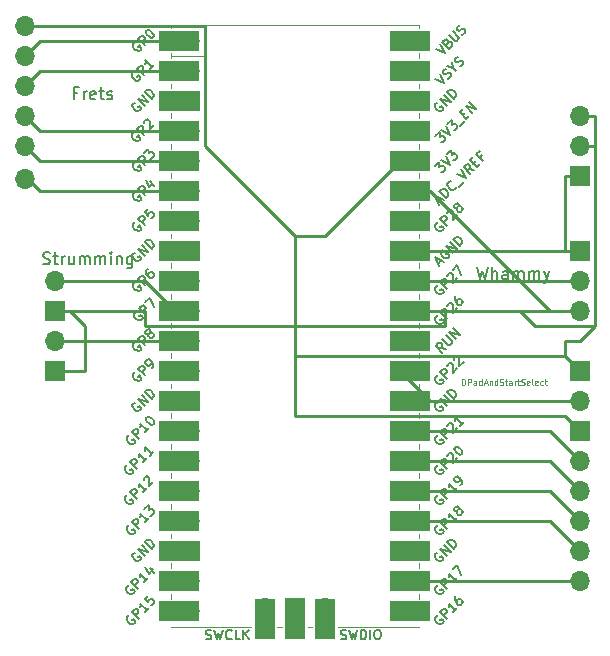
<source format=gbr>
%TF.GenerationSoftware,KiCad,Pcbnew,7.0.7*%
%TF.CreationDate,2023-08-16T19:59:45-07:00*%
%TF.ProjectId,testing,74657374-696e-4672-9e6b-696361645f70,rev?*%
%TF.SameCoordinates,Original*%
%TF.FileFunction,Copper,L1,Top*%
%TF.FilePolarity,Positive*%
%FSLAX46Y46*%
G04 Gerber Fmt 4.6, Leading zero omitted, Abs format (unit mm)*
G04 Created by KiCad (PCBNEW 7.0.7) date 2023-08-16 19:59:45*
%MOMM*%
%LPD*%
G01*
G04 APERTURE LIST*
%TA.AperFunction,ComponentPad*%
%ADD10O,1.700000X1.700000*%
%TD*%
%TA.AperFunction,ComponentPad*%
%ADD11R,1.700000X1.700000*%
%TD*%
%TA.AperFunction,SMDPad,CuDef*%
%ADD12R,3.500000X1.700000*%
%TD*%
%TA.AperFunction,SMDPad,CuDef*%
%ADD13R,1.700000X3.500000*%
%TD*%
%TA.AperFunction,Conductor*%
%ADD14C,0.250000*%
%TD*%
%ADD15C,0.125000*%
%ADD16C,0.150000*%
%ADD17C,0.120000*%
G04 APERTURE END LIST*
D10*
%TO.P,,1*%
%TO.N,N/C*%
X121920000Y-78740000D03*
%TD*%
%TO.P,,1*%
%TO.N,N/C*%
X121920000Y-78740000D03*
%TD*%
D11*
%TO.P,,13*%
%TO.N,N/C*%
X124460000Y-100330000D03*
%TD*%
D10*
%TO.P,,36*%
%TO.N,N/C*%
X168910000Y-86360000D03*
%TD*%
%TO.P,,31*%
%TO.N,N/C*%
X168910000Y-100330000D03*
%TD*%
D11*
%TO.P,,28*%
%TO.N,N/C*%
X168910000Y-110490000D03*
%TD*%
D10*
%TO.P,,1*%
%TO.N,N/C*%
X121920000Y-81280000D03*
%TD*%
%TO.P,,30*%
%TO.N,N/C*%
X168910000Y-113030000D03*
%TD*%
%TO.P,,9*%
%TO.N,N/C*%
X124460000Y-102870000D03*
%TD*%
%TO.P,,9*%
%TO.N,N/C*%
X124460000Y-97790000D03*
%TD*%
%TO.P,REF\u002A\u002A,1*%
%TO.N,N/C*%
X135890000Y-77470000D03*
D12*
X134990000Y-77470000D03*
D10*
%TO.P,REF\u002A\u002A,2*%
X135890000Y-80010000D03*
D12*
X134990000Y-80010000D03*
D11*
%TO.P,REF\u002A\u002A,3*%
X135890000Y-82550000D03*
D12*
X134990000Y-82550000D03*
D10*
%TO.P,REF\u002A\u002A,4*%
X135890000Y-85090000D03*
D12*
X134990000Y-85090000D03*
D10*
%TO.P,REF\u002A\u002A,5*%
X135890000Y-87630000D03*
D12*
X134990000Y-87630000D03*
D10*
%TO.P,REF\u002A\u002A,6*%
X135890000Y-90170000D03*
D12*
X134990000Y-90170000D03*
D10*
%TO.P,REF\u002A\u002A,7*%
X135890000Y-92710000D03*
D12*
X134990000Y-92710000D03*
D11*
%TO.P,REF\u002A\u002A,8*%
X135890000Y-95250000D03*
D12*
X134990000Y-95250000D03*
D10*
%TO.P,REF\u002A\u002A,9*%
X135890000Y-97790000D03*
D12*
X134990000Y-97790000D03*
D10*
%TO.P,REF\u002A\u002A,10*%
X135890000Y-100330000D03*
D12*
X134990000Y-100330000D03*
D10*
%TO.P,REF\u002A\u002A,11*%
X135890000Y-102870000D03*
D12*
X134990000Y-102870000D03*
D10*
%TO.P,REF\u002A\u002A,12*%
X135890000Y-105410000D03*
D12*
X134990000Y-105410000D03*
D11*
%TO.P,REF\u002A\u002A,13*%
X135890000Y-107950000D03*
D12*
X134990000Y-107950000D03*
D10*
%TO.P,REF\u002A\u002A,14*%
X135890000Y-110490000D03*
D12*
X134990000Y-110490000D03*
D10*
%TO.P,REF\u002A\u002A,15*%
X135890000Y-113030000D03*
D12*
X134990000Y-113030000D03*
D10*
%TO.P,REF\u002A\u002A,16*%
X135890000Y-115570000D03*
D12*
X134990000Y-115570000D03*
D10*
%TO.P,REF\u002A\u002A,17*%
X135890000Y-118110000D03*
D12*
X134990000Y-118110000D03*
D11*
%TO.P,REF\u002A\u002A,18*%
X135890000Y-120650000D03*
D12*
X134990000Y-120650000D03*
D10*
%TO.P,REF\u002A\u002A,19*%
X135890000Y-123190000D03*
D12*
X134990000Y-123190000D03*
D10*
%TO.P,REF\u002A\u002A,20*%
X135890000Y-125730000D03*
D12*
X134990000Y-125730000D03*
D10*
%TO.P,REF\u002A\u002A,21*%
X153670000Y-125730000D03*
D12*
X154570000Y-125730000D03*
D10*
%TO.P,REF\u002A\u002A,22*%
X153670000Y-123190000D03*
D12*
X154570000Y-123190000D03*
D11*
%TO.P,REF\u002A\u002A,23*%
X153670000Y-120650000D03*
D12*
X154570000Y-120650000D03*
D10*
%TO.P,REF\u002A\u002A,24*%
X153670000Y-118110000D03*
D12*
X154570000Y-118110000D03*
D10*
%TO.P,REF\u002A\u002A,25*%
X153670000Y-115570000D03*
D12*
X154570000Y-115570000D03*
D10*
%TO.P,REF\u002A\u002A,26*%
X153670000Y-113030000D03*
D12*
X154570000Y-113030000D03*
D10*
%TO.P,REF\u002A\u002A,27*%
X153670000Y-110490000D03*
D12*
X154570000Y-110490000D03*
D11*
%TO.P,REF\u002A\u002A,28*%
X153670000Y-107950000D03*
D12*
X154570000Y-107950000D03*
D10*
%TO.P,REF\u002A\u002A,29*%
X153670000Y-105410000D03*
D12*
X154570000Y-105410000D03*
D10*
%TO.P,REF\u002A\u002A,30*%
X153670000Y-102870000D03*
D12*
X154570000Y-102870000D03*
D10*
%TO.P,REF\u002A\u002A,31*%
X153670000Y-100330000D03*
D12*
X154570000Y-100330000D03*
D10*
%TO.P,REF\u002A\u002A,32*%
X153670000Y-97790000D03*
D12*
X154570000Y-97790000D03*
D11*
%TO.P,REF\u002A\u002A,33*%
X153670000Y-95250000D03*
D12*
X154570000Y-95250000D03*
D10*
%TO.P,REF\u002A\u002A,34*%
X153670000Y-92710000D03*
D12*
X154570000Y-92710000D03*
D10*
%TO.P,REF\u002A\u002A,35*%
X153670000Y-90170000D03*
D12*
X154570000Y-90170000D03*
D10*
%TO.P,REF\u002A\u002A,36*%
X153670000Y-87630000D03*
D12*
X154570000Y-87630000D03*
D10*
%TO.P,REF\u002A\u002A,37*%
X153670000Y-85090000D03*
D12*
X154570000Y-85090000D03*
D11*
%TO.P,REF\u002A\u002A,38*%
X153670000Y-82550000D03*
D12*
X154570000Y-82550000D03*
D10*
%TO.P,REF\u002A\u002A,39*%
X153670000Y-80010000D03*
D12*
X154570000Y-80010000D03*
D10*
%TO.P,REF\u002A\u002A,40*%
X153670000Y-77470000D03*
D12*
X154570000Y-77470000D03*
D10*
%TO.P,REF\u002A\u002A,41*%
X142240000Y-125500000D03*
D13*
X142240000Y-126400000D03*
D11*
%TO.P,REF\u002A\u002A,42*%
X144780000Y-125500000D03*
D13*
X144780000Y-126400000D03*
D10*
%TO.P,REF\u002A\u002A,43*%
X147320000Y-125500000D03*
D13*
X147320000Y-126400000D03*
%TD*%
D11*
%TO.P,,28*%
%TO.N,N/C*%
X168910000Y-105410000D03*
%TD*%
D10*
%TO.P,,32*%
%TO.N,N/C*%
X168910000Y-97790000D03*
%TD*%
%TO.P,,30*%
%TO.N,N/C*%
X168910000Y-120650000D03*
%TD*%
%TO.P,,30*%
%TO.N,N/C*%
X168910000Y-107950000D03*
%TD*%
%TO.P,,30*%
%TO.N,N/C*%
X168953025Y-123208536D03*
%TD*%
D11*
%TO.P,,13*%
%TO.N,N/C*%
X124460000Y-105410000D03*
%TD*%
%TO.P,,28*%
%TO.N,N/C*%
X168910000Y-95250000D03*
%TD*%
D10*
%TO.P,,35*%
%TO.N,N/C*%
X168910000Y-83820000D03*
%TD*%
D11*
%TO.P,,33*%
%TO.N,N/C*%
X168910000Y-88900000D03*
%TD*%
D10*
%TO.P,,1*%
%TO.N,N/C*%
X121920000Y-76200000D03*
%TD*%
%TO.P,,30*%
%TO.N,N/C*%
X168910000Y-115570000D03*
%TD*%
%TO.P,,1*%
%TO.N,N/C*%
X121920000Y-83820000D03*
%TD*%
%TO.P,,1*%
%TO.N,N/C*%
X121920000Y-86360000D03*
%TD*%
%TO.P,,1*%
%TO.N,N/C*%
X121937378Y-89136238D03*
%TD*%
%TO.P,,30*%
%TO.N,N/C*%
X168910000Y-118110000D03*
%TD*%
D14*
%TO.N,*%
X137160000Y-76200000D02*
X121920000Y-76200000D01*
X137160000Y-83820000D02*
X137160000Y-76200000D01*
X123190000Y-77470000D02*
X121920000Y-78740000D01*
X123190000Y-80010000D02*
X121920000Y-81280000D01*
X144780000Y-100330000D02*
X144780000Y-101600000D01*
X170180000Y-83820000D02*
X170180000Y-101600000D01*
X157480000Y-100330000D02*
X168910000Y-100330000D01*
X166370000Y-110490000D02*
X168910000Y-113030000D01*
X123190000Y-87630000D02*
X121920000Y-86360000D01*
X167640000Y-109220000D02*
X144780000Y-109220000D01*
X147320000Y-93980000D02*
X144780000Y-93980000D01*
X134620000Y-100330000D02*
X132080000Y-97790000D01*
X153670000Y-95250000D02*
X167640000Y-95250000D01*
X153670000Y-113030000D02*
X166370000Y-113030000D01*
X167640000Y-104140000D02*
X168910000Y-105410000D01*
X123190000Y-90170000D02*
X121920000Y-88900000D01*
X153670000Y-105410000D02*
X156210000Y-107950000D01*
X168910000Y-110490000D02*
X167640000Y-109220000D01*
X153670000Y-110490000D02*
X166370000Y-110490000D01*
X144780000Y-93980000D02*
X144780000Y-100330000D01*
X167640000Y-102870000D02*
X167640000Y-104140000D01*
X135890000Y-87630000D02*
X123190000Y-87630000D01*
X153670000Y-123190000D02*
X168910000Y-123190000D01*
X135890000Y-90170000D02*
X123190000Y-90170000D01*
X135890000Y-80010000D02*
X123190000Y-80010000D01*
X153670000Y-118110000D02*
X166370000Y-118110000D01*
X168910000Y-102870000D02*
X167640000Y-102870000D01*
X128270000Y-100330000D02*
X124460000Y-100330000D01*
X135890000Y-85090000D02*
X123190000Y-85090000D01*
X167640000Y-95250000D02*
X168910000Y-95250000D01*
X123190000Y-85090000D02*
X121920000Y-83820000D01*
X144780000Y-101600000D02*
X157480000Y-101600000D01*
X144780000Y-104140000D02*
X167640000Y-104140000D01*
X170180000Y-101600000D02*
X168910000Y-102870000D01*
X132080000Y-97790000D02*
X124460000Y-97790000D01*
X166370000Y-118110000D02*
X168910000Y-120650000D01*
X135890000Y-77470000D02*
X123190000Y-77470000D01*
X168910000Y-83820000D02*
X170180000Y-83820000D01*
X144780000Y-101600000D02*
X144780000Y-104140000D01*
X132080000Y-101600000D02*
X132080000Y-100330000D01*
X144780000Y-93980000D02*
X137160000Y-86360000D01*
X144780000Y-104140000D02*
X144780000Y-109220000D01*
X167640000Y-88900000D02*
X168910000Y-88900000D01*
X153670000Y-115570000D02*
X166370000Y-115570000D01*
X135890000Y-102870000D02*
X124460000Y-102870000D01*
X167640000Y-95250000D02*
X167640000Y-88900000D01*
X153670000Y-97790000D02*
X168910000Y-97790000D01*
X156210000Y-107950000D02*
X168910000Y-107950000D01*
X166370000Y-113030000D02*
X168910000Y-115570000D01*
X153670000Y-87630000D02*
X147320000Y-93980000D01*
X135890000Y-100330000D02*
X134620000Y-100330000D01*
X137160000Y-86360000D02*
X137160000Y-83820000D01*
X157480000Y-101600000D02*
X157480000Y-100330000D01*
X166370000Y-115570000D02*
X168910000Y-118110000D01*
X144780000Y-101600000D02*
X132080000Y-101600000D01*
X132080000Y-100330000D02*
X128270000Y-100330000D01*
%TD*%
D10*
%TO.P,,1*%
%TO.N,N/C*%
X121920000Y-78740000D03*
%TD*%
%TO.P,,1*%
%TO.N,N/C*%
X121920000Y-78740000D03*
%TD*%
D11*
%TO.P,,13*%
%TO.N,N/C*%
X124460000Y-100330000D03*
%TD*%
D10*
%TO.P,,36*%
%TO.N,N/C*%
X168910000Y-86360000D03*
%TD*%
%TO.P,,31*%
%TO.N,N/C*%
X168910000Y-100330000D03*
%TD*%
D11*
%TO.P,,28*%
%TO.N,N/C*%
X168910000Y-110490000D03*
%TD*%
D10*
%TO.P,,1*%
%TO.N,N/C*%
X121920000Y-81280000D03*
%TD*%
%TO.P,,30*%
%TO.N,N/C*%
X168910000Y-113030000D03*
%TD*%
%TO.P,,9*%
%TO.N,N/C*%
X124460000Y-102870000D03*
%TD*%
%TO.P,,9*%
%TO.N,N/C*%
X124460000Y-97790000D03*
%TD*%
%TO.P,REF\u002A\u002A,1*%
%TO.N,N/C*%
X135890000Y-77470000D03*
%TO.P,REF\u002A\u002A,2*%
X135890000Y-80010000D03*
D11*
%TO.P,REF\u002A\u002A,3*%
X135890000Y-82550000D03*
D10*
%TO.P,REF\u002A\u002A,4*%
X135890000Y-85090000D03*
%TO.P,REF\u002A\u002A,5*%
X135890000Y-87630000D03*
%TO.P,REF\u002A\u002A,6*%
X135890000Y-90170000D03*
%TO.P,REF\u002A\u002A,7*%
X135890000Y-92710000D03*
D11*
%TO.P,REF\u002A\u002A,8*%
X135890000Y-95250000D03*
D10*
%TO.P,REF\u002A\u002A,9*%
X135890000Y-97790000D03*
%TO.P,REF\u002A\u002A,10*%
X135890000Y-100330000D03*
%TO.P,REF\u002A\u002A,11*%
X135890000Y-102870000D03*
%TO.P,REF\u002A\u002A,12*%
X135890000Y-105410000D03*
D11*
%TO.P,REF\u002A\u002A,13*%
X135890000Y-107950000D03*
D10*
%TO.P,REF\u002A\u002A,14*%
X135890000Y-110490000D03*
%TO.P,REF\u002A\u002A,15*%
X135890000Y-113030000D03*
%TO.P,REF\u002A\u002A,16*%
X135890000Y-115570000D03*
%TO.P,REF\u002A\u002A,17*%
X135890000Y-118110000D03*
D11*
%TO.P,REF\u002A\u002A,18*%
X135890000Y-120650000D03*
D10*
%TO.P,REF\u002A\u002A,19*%
X135890000Y-123190000D03*
%TO.P,REF\u002A\u002A,20*%
X135890000Y-125730000D03*
%TO.P,REF\u002A\u002A,21*%
X153670000Y-125730000D03*
%TO.P,REF\u002A\u002A,22*%
X153670000Y-123190000D03*
D11*
%TO.P,REF\u002A\u002A,23*%
X153670000Y-120650000D03*
D10*
%TO.P,REF\u002A\u002A,24*%
X153670000Y-118110000D03*
%TO.P,REF\u002A\u002A,25*%
X153670000Y-115570000D03*
%TO.P,REF\u002A\u002A,26*%
X153670000Y-113030000D03*
%TO.P,REF\u002A\u002A,27*%
X153670000Y-110490000D03*
D11*
%TO.P,REF\u002A\u002A,28*%
X153670000Y-107950000D03*
D10*
%TO.P,REF\u002A\u002A,29*%
X153670000Y-105410000D03*
%TO.P,REF\u002A\u002A,30*%
X153670000Y-102870000D03*
%TO.P,REF\u002A\u002A,31*%
X153670000Y-100330000D03*
%TO.P,REF\u002A\u002A,32*%
X153670000Y-97790000D03*
D11*
%TO.P,REF\u002A\u002A,33*%
X153670000Y-95250000D03*
D10*
%TO.P,REF\u002A\u002A,34*%
X153670000Y-92710000D03*
%TO.P,REF\u002A\u002A,35*%
X153670000Y-90170000D03*
%TO.P,REF\u002A\u002A,36*%
X153670000Y-87630000D03*
%TO.P,REF\u002A\u002A,37*%
X153670000Y-85090000D03*
D11*
%TO.P,REF\u002A\u002A,38*%
X153670000Y-82550000D03*
D10*
%TO.P,REF\u002A\u002A,39*%
X153670000Y-80010000D03*
%TO.P,REF\u002A\u002A,40*%
X153670000Y-77470000D03*
%TO.P,REF\u002A\u002A,41*%
X142240000Y-125500000D03*
D11*
%TO.P,REF\u002A\u002A,42*%
X144780000Y-125500000D03*
D10*
%TO.P,REF\u002A\u002A,43*%
X147320000Y-125500000D03*
%TD*%
D11*
%TO.P,,28*%
%TO.N,N/C*%
X168910000Y-105410000D03*
%TD*%
D10*
%TO.P,,32*%
%TO.N,N/C*%
X168910000Y-97790000D03*
%TD*%
%TO.P,,30*%
%TO.N,N/C*%
X168910000Y-120650000D03*
%TD*%
%TO.P,,30*%
%TO.N,N/C*%
X168910000Y-107950000D03*
%TD*%
%TO.P,,30*%
%TO.N,N/C*%
X168953025Y-123208536D03*
%TD*%
D11*
%TO.P,,13*%
%TO.N,N/C*%
X124460000Y-105410000D03*
%TD*%
%TO.P,,28*%
%TO.N,N/C*%
X168910000Y-95250000D03*
%TD*%
D10*
%TO.P,,35*%
%TO.N,N/C*%
X168910000Y-83820000D03*
%TD*%
D11*
%TO.P,,33*%
%TO.N,N/C*%
X168910000Y-88900000D03*
%TD*%
D10*
%TO.P,,1*%
%TO.N,N/C*%
X121920000Y-76200000D03*
%TD*%
%TO.P,,30*%
%TO.N,N/C*%
X168910000Y-115570000D03*
%TD*%
%TO.P,,1*%
%TO.N,N/C*%
X121920000Y-83820000D03*
%TD*%
%TO.P,,1*%
%TO.N,N/C*%
X121920000Y-86360000D03*
%TD*%
%TO.P,,1*%
%TO.N,N/C*%
X121937378Y-89136238D03*
%TD*%
%TO.P,,30*%
%TO.N,N/C*%
X168910000Y-118110000D03*
%TD*%
D14*
%TO.N,*%
X170180000Y-86360000D02*
X168910000Y-86360000D01*
X125730000Y-100330000D02*
X127000000Y-101600000D01*
X127000000Y-101600000D02*
X127000000Y-105410000D01*
X127000000Y-105410000D02*
X124460000Y-105410000D01*
X153670000Y-90170000D02*
X156210000Y-90170000D01*
X170180000Y-101600000D02*
X170180000Y-86360000D01*
X166370000Y-100330000D02*
X168910000Y-100330000D01*
X153670000Y-100330000D02*
X163830000Y-100330000D01*
X156210000Y-90170000D02*
X166370000Y-100330000D01*
X165100000Y-101600000D02*
X170180000Y-101600000D01*
X124460000Y-100330000D02*
X125730000Y-100330000D01*
X163830000Y-100330000D02*
X165100000Y-101600000D01*
%TD*%
D15*
X158951283Y-106612309D02*
X158951283Y-106112309D01*
X158951283Y-106112309D02*
X159070331Y-106112309D01*
X159070331Y-106112309D02*
X159141759Y-106136119D01*
X159141759Y-106136119D02*
X159189378Y-106183738D01*
X159189378Y-106183738D02*
X159213188Y-106231357D01*
X159213188Y-106231357D02*
X159236997Y-106326595D01*
X159236997Y-106326595D02*
X159236997Y-106398023D01*
X159236997Y-106398023D02*
X159213188Y-106493261D01*
X159213188Y-106493261D02*
X159189378Y-106540880D01*
X159189378Y-106540880D02*
X159141759Y-106588500D01*
X159141759Y-106588500D02*
X159070331Y-106612309D01*
X159070331Y-106612309D02*
X158951283Y-106612309D01*
X159451283Y-106612309D02*
X159451283Y-106112309D01*
X159451283Y-106112309D02*
X159641759Y-106112309D01*
X159641759Y-106112309D02*
X159689378Y-106136119D01*
X159689378Y-106136119D02*
X159713188Y-106159928D01*
X159713188Y-106159928D02*
X159736997Y-106207547D01*
X159736997Y-106207547D02*
X159736997Y-106278976D01*
X159736997Y-106278976D02*
X159713188Y-106326595D01*
X159713188Y-106326595D02*
X159689378Y-106350404D01*
X159689378Y-106350404D02*
X159641759Y-106374214D01*
X159641759Y-106374214D02*
X159451283Y-106374214D01*
X160165569Y-106612309D02*
X160165569Y-106350404D01*
X160165569Y-106350404D02*
X160141759Y-106302785D01*
X160141759Y-106302785D02*
X160094140Y-106278976D01*
X160094140Y-106278976D02*
X159998902Y-106278976D01*
X159998902Y-106278976D02*
X159951283Y-106302785D01*
X160165569Y-106588500D02*
X160117950Y-106612309D01*
X160117950Y-106612309D02*
X159998902Y-106612309D01*
X159998902Y-106612309D02*
X159951283Y-106588500D01*
X159951283Y-106588500D02*
X159927474Y-106540880D01*
X159927474Y-106540880D02*
X159927474Y-106493261D01*
X159927474Y-106493261D02*
X159951283Y-106445642D01*
X159951283Y-106445642D02*
X159998902Y-106421833D01*
X159998902Y-106421833D02*
X160117950Y-106421833D01*
X160117950Y-106421833D02*
X160165569Y-106398023D01*
X160617950Y-106612309D02*
X160617950Y-106112309D01*
X160617950Y-106588500D02*
X160570331Y-106612309D01*
X160570331Y-106612309D02*
X160475093Y-106612309D01*
X160475093Y-106612309D02*
X160427474Y-106588500D01*
X160427474Y-106588500D02*
X160403664Y-106564690D01*
X160403664Y-106564690D02*
X160379855Y-106517071D01*
X160379855Y-106517071D02*
X160379855Y-106374214D01*
X160379855Y-106374214D02*
X160403664Y-106326595D01*
X160403664Y-106326595D02*
X160427474Y-106302785D01*
X160427474Y-106302785D02*
X160475093Y-106278976D01*
X160475093Y-106278976D02*
X160570331Y-106278976D01*
X160570331Y-106278976D02*
X160617950Y-106302785D01*
X160832236Y-106469452D02*
X161070331Y-106469452D01*
X160784617Y-106612309D02*
X160951283Y-106112309D01*
X160951283Y-106112309D02*
X161117950Y-106612309D01*
X161284616Y-106278976D02*
X161284616Y-106612309D01*
X161284616Y-106326595D02*
X161308426Y-106302785D01*
X161308426Y-106302785D02*
X161356045Y-106278976D01*
X161356045Y-106278976D02*
X161427473Y-106278976D01*
X161427473Y-106278976D02*
X161475092Y-106302785D01*
X161475092Y-106302785D02*
X161498902Y-106350404D01*
X161498902Y-106350404D02*
X161498902Y-106612309D01*
X161951283Y-106612309D02*
X161951283Y-106112309D01*
X161951283Y-106588500D02*
X161903664Y-106612309D01*
X161903664Y-106612309D02*
X161808426Y-106612309D01*
X161808426Y-106612309D02*
X161760807Y-106588500D01*
X161760807Y-106588500D02*
X161736997Y-106564690D01*
X161736997Y-106564690D02*
X161713188Y-106517071D01*
X161713188Y-106517071D02*
X161713188Y-106374214D01*
X161713188Y-106374214D02*
X161736997Y-106326595D01*
X161736997Y-106326595D02*
X161760807Y-106302785D01*
X161760807Y-106302785D02*
X161808426Y-106278976D01*
X161808426Y-106278976D02*
X161903664Y-106278976D01*
X161903664Y-106278976D02*
X161951283Y-106302785D01*
X162165569Y-106588500D02*
X162236997Y-106612309D01*
X162236997Y-106612309D02*
X162356045Y-106612309D01*
X162356045Y-106612309D02*
X162403664Y-106588500D01*
X162403664Y-106588500D02*
X162427473Y-106564690D01*
X162427473Y-106564690D02*
X162451283Y-106517071D01*
X162451283Y-106517071D02*
X162451283Y-106469452D01*
X162451283Y-106469452D02*
X162427473Y-106421833D01*
X162427473Y-106421833D02*
X162403664Y-106398023D01*
X162403664Y-106398023D02*
X162356045Y-106374214D01*
X162356045Y-106374214D02*
X162260807Y-106350404D01*
X162260807Y-106350404D02*
X162213188Y-106326595D01*
X162213188Y-106326595D02*
X162189378Y-106302785D01*
X162189378Y-106302785D02*
X162165569Y-106255166D01*
X162165569Y-106255166D02*
X162165569Y-106207547D01*
X162165569Y-106207547D02*
X162189378Y-106159928D01*
X162189378Y-106159928D02*
X162213188Y-106136119D01*
X162213188Y-106136119D02*
X162260807Y-106112309D01*
X162260807Y-106112309D02*
X162379854Y-106112309D01*
X162379854Y-106112309D02*
X162451283Y-106136119D01*
X162594140Y-106278976D02*
X162784616Y-106278976D01*
X162665568Y-106112309D02*
X162665568Y-106540880D01*
X162665568Y-106540880D02*
X162689378Y-106588500D01*
X162689378Y-106588500D02*
X162736997Y-106612309D01*
X162736997Y-106612309D02*
X162784616Y-106612309D01*
X163165568Y-106612309D02*
X163165568Y-106350404D01*
X163165568Y-106350404D02*
X163141758Y-106302785D01*
X163141758Y-106302785D02*
X163094139Y-106278976D01*
X163094139Y-106278976D02*
X162998901Y-106278976D01*
X162998901Y-106278976D02*
X162951282Y-106302785D01*
X163165568Y-106588500D02*
X163117949Y-106612309D01*
X163117949Y-106612309D02*
X162998901Y-106612309D01*
X162998901Y-106612309D02*
X162951282Y-106588500D01*
X162951282Y-106588500D02*
X162927473Y-106540880D01*
X162927473Y-106540880D02*
X162927473Y-106493261D01*
X162927473Y-106493261D02*
X162951282Y-106445642D01*
X162951282Y-106445642D02*
X162998901Y-106421833D01*
X162998901Y-106421833D02*
X163117949Y-106421833D01*
X163117949Y-106421833D02*
X163165568Y-106398023D01*
X163403663Y-106612309D02*
X163403663Y-106278976D01*
X163403663Y-106374214D02*
X163427473Y-106326595D01*
X163427473Y-106326595D02*
X163451282Y-106302785D01*
X163451282Y-106302785D02*
X163498901Y-106278976D01*
X163498901Y-106278976D02*
X163546520Y-106278976D01*
X163641759Y-106278976D02*
X163832235Y-106278976D01*
X163713187Y-106112309D02*
X163713187Y-106540880D01*
X163713187Y-106540880D02*
X163736997Y-106588500D01*
X163736997Y-106588500D02*
X163784616Y-106612309D01*
X163784616Y-106612309D02*
X163832235Y-106612309D01*
X163975092Y-106588500D02*
X164046520Y-106612309D01*
X164046520Y-106612309D02*
X164165568Y-106612309D01*
X164165568Y-106612309D02*
X164213187Y-106588500D01*
X164213187Y-106588500D02*
X164236996Y-106564690D01*
X164236996Y-106564690D02*
X164260806Y-106517071D01*
X164260806Y-106517071D02*
X164260806Y-106469452D01*
X164260806Y-106469452D02*
X164236996Y-106421833D01*
X164236996Y-106421833D02*
X164213187Y-106398023D01*
X164213187Y-106398023D02*
X164165568Y-106374214D01*
X164165568Y-106374214D02*
X164070330Y-106350404D01*
X164070330Y-106350404D02*
X164022711Y-106326595D01*
X164022711Y-106326595D02*
X163998901Y-106302785D01*
X163998901Y-106302785D02*
X163975092Y-106255166D01*
X163975092Y-106255166D02*
X163975092Y-106207547D01*
X163975092Y-106207547D02*
X163998901Y-106159928D01*
X163998901Y-106159928D02*
X164022711Y-106136119D01*
X164022711Y-106136119D02*
X164070330Y-106112309D01*
X164070330Y-106112309D02*
X164189377Y-106112309D01*
X164189377Y-106112309D02*
X164260806Y-106136119D01*
X164665567Y-106588500D02*
X164617948Y-106612309D01*
X164617948Y-106612309D02*
X164522710Y-106612309D01*
X164522710Y-106612309D02*
X164475091Y-106588500D01*
X164475091Y-106588500D02*
X164451282Y-106540880D01*
X164451282Y-106540880D02*
X164451282Y-106350404D01*
X164451282Y-106350404D02*
X164475091Y-106302785D01*
X164475091Y-106302785D02*
X164522710Y-106278976D01*
X164522710Y-106278976D02*
X164617948Y-106278976D01*
X164617948Y-106278976D02*
X164665567Y-106302785D01*
X164665567Y-106302785D02*
X164689377Y-106350404D01*
X164689377Y-106350404D02*
X164689377Y-106398023D01*
X164689377Y-106398023D02*
X164451282Y-106445642D01*
X164975091Y-106612309D02*
X164927472Y-106588500D01*
X164927472Y-106588500D02*
X164903662Y-106540880D01*
X164903662Y-106540880D02*
X164903662Y-106112309D01*
X165356043Y-106588500D02*
X165308424Y-106612309D01*
X165308424Y-106612309D02*
X165213186Y-106612309D01*
X165213186Y-106612309D02*
X165165567Y-106588500D01*
X165165567Y-106588500D02*
X165141758Y-106540880D01*
X165141758Y-106540880D02*
X165141758Y-106350404D01*
X165141758Y-106350404D02*
X165165567Y-106302785D01*
X165165567Y-106302785D02*
X165213186Y-106278976D01*
X165213186Y-106278976D02*
X165308424Y-106278976D01*
X165308424Y-106278976D02*
X165356043Y-106302785D01*
X165356043Y-106302785D02*
X165379853Y-106350404D01*
X165379853Y-106350404D02*
X165379853Y-106398023D01*
X165379853Y-106398023D02*
X165141758Y-106445642D01*
X165808424Y-106588500D02*
X165760805Y-106612309D01*
X165760805Y-106612309D02*
X165665567Y-106612309D01*
X165665567Y-106612309D02*
X165617948Y-106588500D01*
X165617948Y-106588500D02*
X165594138Y-106564690D01*
X165594138Y-106564690D02*
X165570329Y-106517071D01*
X165570329Y-106517071D02*
X165570329Y-106374214D01*
X165570329Y-106374214D02*
X165594138Y-106326595D01*
X165594138Y-106326595D02*
X165617948Y-106302785D01*
X165617948Y-106302785D02*
X165665567Y-106278976D01*
X165665567Y-106278976D02*
X165760805Y-106278976D01*
X165760805Y-106278976D02*
X165808424Y-106302785D01*
X165951281Y-106278976D02*
X166141757Y-106278976D01*
X166022709Y-106112309D02*
X166022709Y-106540880D01*
X166022709Y-106540880D02*
X166046519Y-106588500D01*
X166046519Y-106588500D02*
X166094138Y-106612309D01*
X166094138Y-106612309D02*
X166141757Y-106612309D01*
D16*
X160261541Y-96659819D02*
X160499636Y-97659819D01*
X160499636Y-97659819D02*
X160690112Y-96945533D01*
X160690112Y-96945533D02*
X160880588Y-97659819D01*
X160880588Y-97659819D02*
X161118684Y-96659819D01*
X161499636Y-97659819D02*
X161499636Y-96659819D01*
X161928207Y-97659819D02*
X161928207Y-97136009D01*
X161928207Y-97136009D02*
X161880588Y-97040771D01*
X161880588Y-97040771D02*
X161785350Y-96993152D01*
X161785350Y-96993152D02*
X161642493Y-96993152D01*
X161642493Y-96993152D02*
X161547255Y-97040771D01*
X161547255Y-97040771D02*
X161499636Y-97088390D01*
X162832969Y-97659819D02*
X162832969Y-97136009D01*
X162832969Y-97136009D02*
X162785350Y-97040771D01*
X162785350Y-97040771D02*
X162690112Y-96993152D01*
X162690112Y-96993152D02*
X162499636Y-96993152D01*
X162499636Y-96993152D02*
X162404398Y-97040771D01*
X162832969Y-97612200D02*
X162737731Y-97659819D01*
X162737731Y-97659819D02*
X162499636Y-97659819D01*
X162499636Y-97659819D02*
X162404398Y-97612200D01*
X162404398Y-97612200D02*
X162356779Y-97516961D01*
X162356779Y-97516961D02*
X162356779Y-97421723D01*
X162356779Y-97421723D02*
X162404398Y-97326485D01*
X162404398Y-97326485D02*
X162499636Y-97278866D01*
X162499636Y-97278866D02*
X162737731Y-97278866D01*
X162737731Y-97278866D02*
X162832969Y-97231247D01*
X163309160Y-97659819D02*
X163309160Y-96993152D01*
X163309160Y-97088390D02*
X163356779Y-97040771D01*
X163356779Y-97040771D02*
X163452017Y-96993152D01*
X163452017Y-96993152D02*
X163594874Y-96993152D01*
X163594874Y-96993152D02*
X163690112Y-97040771D01*
X163690112Y-97040771D02*
X163737731Y-97136009D01*
X163737731Y-97136009D02*
X163737731Y-97659819D01*
X163737731Y-97136009D02*
X163785350Y-97040771D01*
X163785350Y-97040771D02*
X163880588Y-96993152D01*
X163880588Y-96993152D02*
X164023445Y-96993152D01*
X164023445Y-96993152D02*
X164118684Y-97040771D01*
X164118684Y-97040771D02*
X164166303Y-97136009D01*
X164166303Y-97136009D02*
X164166303Y-97659819D01*
X164642493Y-97659819D02*
X164642493Y-96993152D01*
X164642493Y-97088390D02*
X164690112Y-97040771D01*
X164690112Y-97040771D02*
X164785350Y-96993152D01*
X164785350Y-96993152D02*
X164928207Y-96993152D01*
X164928207Y-96993152D02*
X165023445Y-97040771D01*
X165023445Y-97040771D02*
X165071064Y-97136009D01*
X165071064Y-97136009D02*
X165071064Y-97659819D01*
X165071064Y-97136009D02*
X165118683Y-97040771D01*
X165118683Y-97040771D02*
X165213921Y-96993152D01*
X165213921Y-96993152D02*
X165356778Y-96993152D01*
X165356778Y-96993152D02*
X165452017Y-97040771D01*
X165452017Y-97040771D02*
X165499636Y-97136009D01*
X165499636Y-97136009D02*
X165499636Y-97659819D01*
X165880588Y-96993152D02*
X166118683Y-97659819D01*
X166356778Y-96993152D02*
X166118683Y-97659819D01*
X166118683Y-97659819D02*
X166023445Y-97897914D01*
X166023445Y-97897914D02*
X165975826Y-97945533D01*
X165975826Y-97945533D02*
X165880588Y-97993152D01*
X126400112Y-81896009D02*
X126066779Y-81896009D01*
X126066779Y-82419819D02*
X126066779Y-81419819D01*
X126066779Y-81419819D02*
X126542969Y-81419819D01*
X126923922Y-82419819D02*
X126923922Y-81753152D01*
X126923922Y-81943628D02*
X126971541Y-81848390D01*
X126971541Y-81848390D02*
X127019160Y-81800771D01*
X127019160Y-81800771D02*
X127114398Y-81753152D01*
X127114398Y-81753152D02*
X127209636Y-81753152D01*
X127923922Y-82372200D02*
X127828684Y-82419819D01*
X127828684Y-82419819D02*
X127638208Y-82419819D01*
X127638208Y-82419819D02*
X127542970Y-82372200D01*
X127542970Y-82372200D02*
X127495351Y-82276961D01*
X127495351Y-82276961D02*
X127495351Y-81896009D01*
X127495351Y-81896009D02*
X127542970Y-81800771D01*
X127542970Y-81800771D02*
X127638208Y-81753152D01*
X127638208Y-81753152D02*
X127828684Y-81753152D01*
X127828684Y-81753152D02*
X127923922Y-81800771D01*
X127923922Y-81800771D02*
X127971541Y-81896009D01*
X127971541Y-81896009D02*
X127971541Y-81991247D01*
X127971541Y-81991247D02*
X127495351Y-82086485D01*
X128257256Y-81753152D02*
X128638208Y-81753152D01*
X128400113Y-81419819D02*
X128400113Y-82276961D01*
X128400113Y-82276961D02*
X128447732Y-82372200D01*
X128447732Y-82372200D02*
X128542970Y-82419819D01*
X128542970Y-82419819D02*
X128638208Y-82419819D01*
X128923923Y-82372200D02*
X129019161Y-82419819D01*
X129019161Y-82419819D02*
X129209637Y-82419819D01*
X129209637Y-82419819D02*
X129304875Y-82372200D01*
X129304875Y-82372200D02*
X129352494Y-82276961D01*
X129352494Y-82276961D02*
X129352494Y-82229342D01*
X129352494Y-82229342D02*
X129304875Y-82134104D01*
X129304875Y-82134104D02*
X129209637Y-82086485D01*
X129209637Y-82086485D02*
X129066780Y-82086485D01*
X129066780Y-82086485D02*
X128971542Y-82038866D01*
X128971542Y-82038866D02*
X128923923Y-81943628D01*
X128923923Y-81943628D02*
X128923923Y-81896009D01*
X128923923Y-81896009D02*
X128971542Y-81800771D01*
X128971542Y-81800771D02*
X129066780Y-81753152D01*
X129066780Y-81753152D02*
X129209637Y-81753152D01*
X129209637Y-81753152D02*
X129304875Y-81800771D01*
X123479160Y-96342200D02*
X123622017Y-96389819D01*
X123622017Y-96389819D02*
X123860112Y-96389819D01*
X123860112Y-96389819D02*
X123955350Y-96342200D01*
X123955350Y-96342200D02*
X124002969Y-96294580D01*
X124002969Y-96294580D02*
X124050588Y-96199342D01*
X124050588Y-96199342D02*
X124050588Y-96104104D01*
X124050588Y-96104104D02*
X124002969Y-96008866D01*
X124002969Y-96008866D02*
X123955350Y-95961247D01*
X123955350Y-95961247D02*
X123860112Y-95913628D01*
X123860112Y-95913628D02*
X123669636Y-95866009D01*
X123669636Y-95866009D02*
X123574398Y-95818390D01*
X123574398Y-95818390D02*
X123526779Y-95770771D01*
X123526779Y-95770771D02*
X123479160Y-95675533D01*
X123479160Y-95675533D02*
X123479160Y-95580295D01*
X123479160Y-95580295D02*
X123526779Y-95485057D01*
X123526779Y-95485057D02*
X123574398Y-95437438D01*
X123574398Y-95437438D02*
X123669636Y-95389819D01*
X123669636Y-95389819D02*
X123907731Y-95389819D01*
X123907731Y-95389819D02*
X124050588Y-95437438D01*
X124336303Y-95723152D02*
X124717255Y-95723152D01*
X124479160Y-95389819D02*
X124479160Y-96246961D01*
X124479160Y-96246961D02*
X124526779Y-96342200D01*
X124526779Y-96342200D02*
X124622017Y-96389819D01*
X124622017Y-96389819D02*
X124717255Y-96389819D01*
X125050589Y-96389819D02*
X125050589Y-95723152D01*
X125050589Y-95913628D02*
X125098208Y-95818390D01*
X125098208Y-95818390D02*
X125145827Y-95770771D01*
X125145827Y-95770771D02*
X125241065Y-95723152D01*
X125241065Y-95723152D02*
X125336303Y-95723152D01*
X126098208Y-95723152D02*
X126098208Y-96389819D01*
X125669637Y-95723152D02*
X125669637Y-96246961D01*
X125669637Y-96246961D02*
X125717256Y-96342200D01*
X125717256Y-96342200D02*
X125812494Y-96389819D01*
X125812494Y-96389819D02*
X125955351Y-96389819D01*
X125955351Y-96389819D02*
X126050589Y-96342200D01*
X126050589Y-96342200D02*
X126098208Y-96294580D01*
X126574399Y-96389819D02*
X126574399Y-95723152D01*
X126574399Y-95818390D02*
X126622018Y-95770771D01*
X126622018Y-95770771D02*
X126717256Y-95723152D01*
X126717256Y-95723152D02*
X126860113Y-95723152D01*
X126860113Y-95723152D02*
X126955351Y-95770771D01*
X126955351Y-95770771D02*
X127002970Y-95866009D01*
X127002970Y-95866009D02*
X127002970Y-96389819D01*
X127002970Y-95866009D02*
X127050589Y-95770771D01*
X127050589Y-95770771D02*
X127145827Y-95723152D01*
X127145827Y-95723152D02*
X127288684Y-95723152D01*
X127288684Y-95723152D02*
X127383923Y-95770771D01*
X127383923Y-95770771D02*
X127431542Y-95866009D01*
X127431542Y-95866009D02*
X127431542Y-96389819D01*
X127907732Y-96389819D02*
X127907732Y-95723152D01*
X127907732Y-95818390D02*
X127955351Y-95770771D01*
X127955351Y-95770771D02*
X128050589Y-95723152D01*
X128050589Y-95723152D02*
X128193446Y-95723152D01*
X128193446Y-95723152D02*
X128288684Y-95770771D01*
X128288684Y-95770771D02*
X128336303Y-95866009D01*
X128336303Y-95866009D02*
X128336303Y-96389819D01*
X128336303Y-95866009D02*
X128383922Y-95770771D01*
X128383922Y-95770771D02*
X128479160Y-95723152D01*
X128479160Y-95723152D02*
X128622017Y-95723152D01*
X128622017Y-95723152D02*
X128717256Y-95770771D01*
X128717256Y-95770771D02*
X128764875Y-95866009D01*
X128764875Y-95866009D02*
X128764875Y-96389819D01*
X129241065Y-96389819D02*
X129241065Y-95723152D01*
X129241065Y-95389819D02*
X129193446Y-95437438D01*
X129193446Y-95437438D02*
X129241065Y-95485057D01*
X129241065Y-95485057D02*
X129288684Y-95437438D01*
X129288684Y-95437438D02*
X129241065Y-95389819D01*
X129241065Y-95389819D02*
X129241065Y-95485057D01*
X129717255Y-95723152D02*
X129717255Y-96389819D01*
X129717255Y-95818390D02*
X129764874Y-95770771D01*
X129764874Y-95770771D02*
X129860112Y-95723152D01*
X129860112Y-95723152D02*
X130002969Y-95723152D01*
X130002969Y-95723152D02*
X130098207Y-95770771D01*
X130098207Y-95770771D02*
X130145826Y-95866009D01*
X130145826Y-95866009D02*
X130145826Y-96389819D01*
X131050588Y-95723152D02*
X131050588Y-96532676D01*
X131050588Y-96532676D02*
X131002969Y-96627914D01*
X131002969Y-96627914D02*
X130955350Y-96675533D01*
X130955350Y-96675533D02*
X130860112Y-96723152D01*
X130860112Y-96723152D02*
X130717255Y-96723152D01*
X130717255Y-96723152D02*
X130622017Y-96675533D01*
X131050588Y-96342200D02*
X130955350Y-96389819D01*
X130955350Y-96389819D02*
X130764874Y-96389819D01*
X130764874Y-96389819D02*
X130669636Y-96342200D01*
X130669636Y-96342200D02*
X130622017Y-96294580D01*
X130622017Y-96294580D02*
X130574398Y-96199342D01*
X130574398Y-96199342D02*
X130574398Y-95913628D01*
X130574398Y-95913628D02*
X130622017Y-95818390D01*
X130622017Y-95818390D02*
X130669636Y-95770771D01*
X130669636Y-95770771D02*
X130764874Y-95723152D01*
X130764874Y-95723152D02*
X130955350Y-95723152D01*
X130955350Y-95723152D02*
X131050588Y-95770771D01*
X131266435Y-120798431D02*
X131185623Y-120825368D01*
X131185623Y-120825368D02*
X131104811Y-120906180D01*
X131104811Y-120906180D02*
X131050936Y-121013930D01*
X131050936Y-121013930D02*
X131050936Y-121121680D01*
X131050936Y-121121680D02*
X131077873Y-121202492D01*
X131077873Y-121202492D02*
X131158685Y-121337179D01*
X131158685Y-121337179D02*
X131239498Y-121417991D01*
X131239498Y-121417991D02*
X131374185Y-121498803D01*
X131374185Y-121498803D02*
X131454997Y-121525741D01*
X131454997Y-121525741D02*
X131562746Y-121525741D01*
X131562746Y-121525741D02*
X131670496Y-121471866D01*
X131670496Y-121471866D02*
X131724371Y-121417991D01*
X131724371Y-121417991D02*
X131778246Y-121310241D01*
X131778246Y-121310241D02*
X131778246Y-121256367D01*
X131778246Y-121256367D02*
X131589684Y-121067805D01*
X131589684Y-121067805D02*
X131481934Y-121175554D01*
X132074557Y-121067805D02*
X131508872Y-120502119D01*
X131508872Y-120502119D02*
X132397806Y-120744556D01*
X132397806Y-120744556D02*
X131832120Y-120178871D01*
X132667180Y-120475182D02*
X132101494Y-119909497D01*
X132101494Y-119909497D02*
X132236181Y-119774810D01*
X132236181Y-119774810D02*
X132343931Y-119720935D01*
X132343931Y-119720935D02*
X132451680Y-119720935D01*
X132451680Y-119720935D02*
X132532493Y-119747872D01*
X132532493Y-119747872D02*
X132667180Y-119828685D01*
X132667180Y-119828685D02*
X132747992Y-119909497D01*
X132747992Y-119909497D02*
X132828804Y-120044184D01*
X132828804Y-120044184D02*
X132855741Y-120124996D01*
X132855741Y-120124996D02*
X132855741Y-120232746D01*
X132855741Y-120232746D02*
X132801867Y-120340495D01*
X132801867Y-120340495D02*
X132667180Y-120475182D01*
X156702407Y-85558584D02*
X157052593Y-85208398D01*
X157052593Y-85208398D02*
X157079531Y-85612459D01*
X157079531Y-85612459D02*
X157160343Y-85531646D01*
X157160343Y-85531646D02*
X157241155Y-85504709D01*
X157241155Y-85504709D02*
X157295030Y-85504709D01*
X157295030Y-85504709D02*
X157375842Y-85531646D01*
X157375842Y-85531646D02*
X157510529Y-85666333D01*
X157510529Y-85666333D02*
X157537467Y-85747146D01*
X157537467Y-85747146D02*
X157537467Y-85801020D01*
X157537467Y-85801020D02*
X157510529Y-85881833D01*
X157510529Y-85881833D02*
X157348905Y-86043457D01*
X157348905Y-86043457D02*
X157268093Y-86070394D01*
X157268093Y-86070394D02*
X157214218Y-86070394D01*
X157214218Y-85046773D02*
X157968465Y-85423897D01*
X157968465Y-85423897D02*
X157591342Y-84669649D01*
X157726028Y-84534963D02*
X158076215Y-84184776D01*
X158076215Y-84184776D02*
X158103152Y-84588837D01*
X158103152Y-84588837D02*
X158183964Y-84508025D01*
X158183964Y-84508025D02*
X158264776Y-84481088D01*
X158264776Y-84481088D02*
X158318651Y-84481088D01*
X158318651Y-84481088D02*
X158399464Y-84508025D01*
X158399464Y-84508025D02*
X158534151Y-84642712D01*
X158534151Y-84642712D02*
X158561088Y-84723524D01*
X158561088Y-84723524D02*
X158561088Y-84777399D01*
X158561088Y-84777399D02*
X158534151Y-84858211D01*
X158534151Y-84858211D02*
X158372526Y-85019836D01*
X158372526Y-85019836D02*
X158291714Y-85046773D01*
X158291714Y-85046773D02*
X158237839Y-85046773D01*
X158803525Y-84696587D02*
X159234523Y-84265588D01*
X159019024Y-83780715D02*
X159207586Y-83592153D01*
X159584709Y-83807652D02*
X159315335Y-84077026D01*
X159315335Y-84077026D02*
X158749650Y-83511341D01*
X158749650Y-83511341D02*
X159019024Y-83241967D01*
X159827146Y-83565215D02*
X159261461Y-82999530D01*
X159261461Y-82999530D02*
X160150395Y-83241967D01*
X160150395Y-83241967D02*
X159584710Y-82676281D01*
X137270475Y-128124200D02*
X137384761Y-128162295D01*
X137384761Y-128162295D02*
X137575237Y-128162295D01*
X137575237Y-128162295D02*
X137651428Y-128124200D01*
X137651428Y-128124200D02*
X137689523Y-128086104D01*
X137689523Y-128086104D02*
X137727618Y-128009914D01*
X137727618Y-128009914D02*
X137727618Y-127933723D01*
X137727618Y-127933723D02*
X137689523Y-127857533D01*
X137689523Y-127857533D02*
X137651428Y-127819438D01*
X137651428Y-127819438D02*
X137575237Y-127781342D01*
X137575237Y-127781342D02*
X137422856Y-127743247D01*
X137422856Y-127743247D02*
X137346666Y-127705152D01*
X137346666Y-127705152D02*
X137308571Y-127667057D01*
X137308571Y-127667057D02*
X137270475Y-127590866D01*
X137270475Y-127590866D02*
X137270475Y-127514676D01*
X137270475Y-127514676D02*
X137308571Y-127438485D01*
X137308571Y-127438485D02*
X137346666Y-127400390D01*
X137346666Y-127400390D02*
X137422856Y-127362295D01*
X137422856Y-127362295D02*
X137613333Y-127362295D01*
X137613333Y-127362295D02*
X137727618Y-127400390D01*
X137994285Y-127362295D02*
X138184761Y-128162295D01*
X138184761Y-128162295D02*
X138337142Y-127590866D01*
X138337142Y-127590866D02*
X138489523Y-128162295D01*
X138489523Y-128162295D02*
X138680000Y-127362295D01*
X139441905Y-128086104D02*
X139403809Y-128124200D01*
X139403809Y-128124200D02*
X139289524Y-128162295D01*
X139289524Y-128162295D02*
X139213333Y-128162295D01*
X139213333Y-128162295D02*
X139099047Y-128124200D01*
X139099047Y-128124200D02*
X139022857Y-128048009D01*
X139022857Y-128048009D02*
X138984762Y-127971819D01*
X138984762Y-127971819D02*
X138946666Y-127819438D01*
X138946666Y-127819438D02*
X138946666Y-127705152D01*
X138946666Y-127705152D02*
X138984762Y-127552771D01*
X138984762Y-127552771D02*
X139022857Y-127476580D01*
X139022857Y-127476580D02*
X139099047Y-127400390D01*
X139099047Y-127400390D02*
X139213333Y-127362295D01*
X139213333Y-127362295D02*
X139289524Y-127362295D01*
X139289524Y-127362295D02*
X139403809Y-127400390D01*
X139403809Y-127400390D02*
X139441905Y-127438485D01*
X140165714Y-128162295D02*
X139784762Y-128162295D01*
X139784762Y-128162295D02*
X139784762Y-127362295D01*
X140432381Y-128162295D02*
X140432381Y-127362295D01*
X140889524Y-128162295D02*
X140546666Y-127705152D01*
X140889524Y-127362295D02*
X140432381Y-127819438D01*
X131393372Y-100421494D02*
X131312560Y-100448431D01*
X131312560Y-100448431D02*
X131231748Y-100529243D01*
X131231748Y-100529243D02*
X131177873Y-100636993D01*
X131177873Y-100636993D02*
X131177873Y-100744742D01*
X131177873Y-100744742D02*
X131204810Y-100825555D01*
X131204810Y-100825555D02*
X131285623Y-100960242D01*
X131285623Y-100960242D02*
X131366435Y-101041054D01*
X131366435Y-101041054D02*
X131501122Y-101121866D01*
X131501122Y-101121866D02*
X131581934Y-101148803D01*
X131581934Y-101148803D02*
X131689684Y-101148803D01*
X131689684Y-101148803D02*
X131797433Y-101094929D01*
X131797433Y-101094929D02*
X131851308Y-101041054D01*
X131851308Y-101041054D02*
X131905183Y-100933304D01*
X131905183Y-100933304D02*
X131905183Y-100879429D01*
X131905183Y-100879429D02*
X131716621Y-100690868D01*
X131716621Y-100690868D02*
X131608871Y-100798617D01*
X132201494Y-100690868D02*
X131635809Y-100125182D01*
X131635809Y-100125182D02*
X131851308Y-99909683D01*
X131851308Y-99909683D02*
X131932120Y-99882746D01*
X131932120Y-99882746D02*
X131985995Y-99882746D01*
X131985995Y-99882746D02*
X132066807Y-99909683D01*
X132066807Y-99909683D02*
X132147619Y-99990495D01*
X132147619Y-99990495D02*
X132174557Y-100071307D01*
X132174557Y-100071307D02*
X132174557Y-100125182D01*
X132174557Y-100125182D02*
X132147619Y-100205994D01*
X132147619Y-100205994D02*
X131932120Y-100421494D01*
X132147619Y-99613372D02*
X132524743Y-99236248D01*
X132524743Y-99236248D02*
X132847992Y-100044370D01*
X131293372Y-102991494D02*
X131212560Y-103018431D01*
X131212560Y-103018431D02*
X131131748Y-103099243D01*
X131131748Y-103099243D02*
X131077873Y-103206993D01*
X131077873Y-103206993D02*
X131077873Y-103314742D01*
X131077873Y-103314742D02*
X131104810Y-103395555D01*
X131104810Y-103395555D02*
X131185623Y-103530242D01*
X131185623Y-103530242D02*
X131266435Y-103611054D01*
X131266435Y-103611054D02*
X131401122Y-103691866D01*
X131401122Y-103691866D02*
X131481934Y-103718803D01*
X131481934Y-103718803D02*
X131589684Y-103718803D01*
X131589684Y-103718803D02*
X131697433Y-103664929D01*
X131697433Y-103664929D02*
X131751308Y-103611054D01*
X131751308Y-103611054D02*
X131805183Y-103503304D01*
X131805183Y-103503304D02*
X131805183Y-103449429D01*
X131805183Y-103449429D02*
X131616621Y-103260868D01*
X131616621Y-103260868D02*
X131508871Y-103368617D01*
X132101494Y-103260868D02*
X131535809Y-102695182D01*
X131535809Y-102695182D02*
X131751308Y-102479683D01*
X131751308Y-102479683D02*
X131832120Y-102452746D01*
X131832120Y-102452746D02*
X131885995Y-102452746D01*
X131885995Y-102452746D02*
X131966807Y-102479683D01*
X131966807Y-102479683D02*
X132047619Y-102560495D01*
X132047619Y-102560495D02*
X132074557Y-102641307D01*
X132074557Y-102641307D02*
X132074557Y-102695182D01*
X132074557Y-102695182D02*
X132047619Y-102775994D01*
X132047619Y-102775994D02*
X131832120Y-102991494D01*
X132424743Y-102291121D02*
X132343931Y-102318059D01*
X132343931Y-102318059D02*
X132290056Y-102318059D01*
X132290056Y-102318059D02*
X132209244Y-102291121D01*
X132209244Y-102291121D02*
X132182306Y-102264184D01*
X132182306Y-102264184D02*
X132155369Y-102183372D01*
X132155369Y-102183372D02*
X132155369Y-102129497D01*
X132155369Y-102129497D02*
X132182306Y-102048685D01*
X132182306Y-102048685D02*
X132290056Y-101940935D01*
X132290056Y-101940935D02*
X132370868Y-101913998D01*
X132370868Y-101913998D02*
X132424743Y-101913998D01*
X132424743Y-101913998D02*
X132505555Y-101940935D01*
X132505555Y-101940935D02*
X132532493Y-101967872D01*
X132532493Y-101967872D02*
X132559430Y-102048685D01*
X132559430Y-102048685D02*
X132559430Y-102102559D01*
X132559430Y-102102559D02*
X132532493Y-102183372D01*
X132532493Y-102183372D02*
X132424743Y-102291121D01*
X132424743Y-102291121D02*
X132397806Y-102371933D01*
X132397806Y-102371933D02*
X132397806Y-102425808D01*
X132397806Y-102425808D02*
X132424743Y-102506620D01*
X132424743Y-102506620D02*
X132532493Y-102614370D01*
X132532493Y-102614370D02*
X132613305Y-102641307D01*
X132613305Y-102641307D02*
X132667180Y-102641307D01*
X132667180Y-102641307D02*
X132747992Y-102614370D01*
X132747992Y-102614370D02*
X132855741Y-102506620D01*
X132855741Y-102506620D02*
X132882679Y-102425808D01*
X132882679Y-102425808D02*
X132882679Y-102371933D01*
X132882679Y-102371933D02*
X132855741Y-102291121D01*
X132855741Y-102291121D02*
X132747992Y-102183372D01*
X132747992Y-102183372D02*
X132667180Y-102156434D01*
X132667180Y-102156434D02*
X132613305Y-102156434D01*
X132613305Y-102156434D02*
X132532493Y-102183372D01*
X156700749Y-80670242D02*
X157454996Y-81047366D01*
X157454996Y-81047366D02*
X157077873Y-80293118D01*
X157778245Y-80670242D02*
X157885995Y-80616367D01*
X157885995Y-80616367D02*
X158020682Y-80481680D01*
X158020682Y-80481680D02*
X158047619Y-80400868D01*
X158047619Y-80400868D02*
X158047619Y-80346993D01*
X158047619Y-80346993D02*
X158020682Y-80266181D01*
X158020682Y-80266181D02*
X157966807Y-80212306D01*
X157966807Y-80212306D02*
X157885995Y-80185369D01*
X157885995Y-80185369D02*
X157832120Y-80185369D01*
X157832120Y-80185369D02*
X157751308Y-80212306D01*
X157751308Y-80212306D02*
X157616621Y-80293118D01*
X157616621Y-80293118D02*
X157535808Y-80320056D01*
X157535808Y-80320056D02*
X157481934Y-80320056D01*
X157481934Y-80320056D02*
X157401121Y-80293118D01*
X157401121Y-80293118D02*
X157347247Y-80239244D01*
X157347247Y-80239244D02*
X157320309Y-80158431D01*
X157320309Y-80158431D02*
X157320309Y-80104557D01*
X157320309Y-80104557D02*
X157347247Y-80023744D01*
X157347247Y-80023744D02*
X157481934Y-79889057D01*
X157481934Y-79889057D02*
X157589683Y-79835183D01*
X158209244Y-79754370D02*
X158478618Y-80023744D01*
X157724370Y-79646621D02*
X158209244Y-79754370D01*
X158209244Y-79754370D02*
X158101494Y-79269497D01*
X158801866Y-79646621D02*
X158909616Y-79592746D01*
X158909616Y-79592746D02*
X159044303Y-79458059D01*
X159044303Y-79458059D02*
X159071240Y-79377247D01*
X159071240Y-79377247D02*
X159071240Y-79323372D01*
X159071240Y-79323372D02*
X159044303Y-79242560D01*
X159044303Y-79242560D02*
X158990428Y-79188685D01*
X158990428Y-79188685D02*
X158909616Y-79161748D01*
X158909616Y-79161748D02*
X158855741Y-79161748D01*
X158855741Y-79161748D02*
X158774929Y-79188685D01*
X158774929Y-79188685D02*
X158640242Y-79269497D01*
X158640242Y-79269497D02*
X158559430Y-79296435D01*
X158559430Y-79296435D02*
X158505555Y-79296435D01*
X158505555Y-79296435D02*
X158424743Y-79269497D01*
X158424743Y-79269497D02*
X158370868Y-79215622D01*
X158370868Y-79215622D02*
X158343930Y-79134810D01*
X158343930Y-79134810D02*
X158343930Y-79080935D01*
X158343930Y-79080935D02*
X158370868Y-79000123D01*
X158370868Y-79000123D02*
X158505555Y-78865436D01*
X158505555Y-78865436D02*
X158613304Y-78811561D01*
X131293372Y-97911494D02*
X131212560Y-97938431D01*
X131212560Y-97938431D02*
X131131748Y-98019243D01*
X131131748Y-98019243D02*
X131077873Y-98126993D01*
X131077873Y-98126993D02*
X131077873Y-98234742D01*
X131077873Y-98234742D02*
X131104810Y-98315555D01*
X131104810Y-98315555D02*
X131185623Y-98450242D01*
X131185623Y-98450242D02*
X131266435Y-98531054D01*
X131266435Y-98531054D02*
X131401122Y-98611866D01*
X131401122Y-98611866D02*
X131481934Y-98638803D01*
X131481934Y-98638803D02*
X131589684Y-98638803D01*
X131589684Y-98638803D02*
X131697433Y-98584929D01*
X131697433Y-98584929D02*
X131751308Y-98531054D01*
X131751308Y-98531054D02*
X131805183Y-98423304D01*
X131805183Y-98423304D02*
X131805183Y-98369429D01*
X131805183Y-98369429D02*
X131616621Y-98180868D01*
X131616621Y-98180868D02*
X131508871Y-98288617D01*
X132101494Y-98180868D02*
X131535809Y-97615182D01*
X131535809Y-97615182D02*
X131751308Y-97399683D01*
X131751308Y-97399683D02*
X131832120Y-97372746D01*
X131832120Y-97372746D02*
X131885995Y-97372746D01*
X131885995Y-97372746D02*
X131966807Y-97399683D01*
X131966807Y-97399683D02*
X132047619Y-97480495D01*
X132047619Y-97480495D02*
X132074557Y-97561307D01*
X132074557Y-97561307D02*
X132074557Y-97615182D01*
X132074557Y-97615182D02*
X132047619Y-97695994D01*
X132047619Y-97695994D02*
X131832120Y-97911494D01*
X132343931Y-96807060D02*
X132236181Y-96914810D01*
X132236181Y-96914810D02*
X132209244Y-96995622D01*
X132209244Y-96995622D02*
X132209244Y-97049497D01*
X132209244Y-97049497D02*
X132236181Y-97184184D01*
X132236181Y-97184184D02*
X132316993Y-97318871D01*
X132316993Y-97318871D02*
X132532493Y-97534370D01*
X132532493Y-97534370D02*
X132613305Y-97561307D01*
X132613305Y-97561307D02*
X132667180Y-97561307D01*
X132667180Y-97561307D02*
X132747992Y-97534370D01*
X132747992Y-97534370D02*
X132855741Y-97426620D01*
X132855741Y-97426620D02*
X132882679Y-97345808D01*
X132882679Y-97345808D02*
X132882679Y-97291933D01*
X132882679Y-97291933D02*
X132855741Y-97211121D01*
X132855741Y-97211121D02*
X132721054Y-97076434D01*
X132721054Y-97076434D02*
X132640242Y-97049497D01*
X132640242Y-97049497D02*
X132586367Y-97049497D01*
X132586367Y-97049497D02*
X132505555Y-97076434D01*
X132505555Y-97076434D02*
X132397806Y-97184184D01*
X132397806Y-97184184D02*
X132370868Y-97264996D01*
X132370868Y-97264996D02*
X132370868Y-97318871D01*
X132370868Y-97318871D02*
X132397806Y-97399683D01*
X131293372Y-90291494D02*
X131212560Y-90318431D01*
X131212560Y-90318431D02*
X131131748Y-90399243D01*
X131131748Y-90399243D02*
X131077873Y-90506993D01*
X131077873Y-90506993D02*
X131077873Y-90614742D01*
X131077873Y-90614742D02*
X131104810Y-90695555D01*
X131104810Y-90695555D02*
X131185623Y-90830242D01*
X131185623Y-90830242D02*
X131266435Y-90911054D01*
X131266435Y-90911054D02*
X131401122Y-90991866D01*
X131401122Y-90991866D02*
X131481934Y-91018803D01*
X131481934Y-91018803D02*
X131589684Y-91018803D01*
X131589684Y-91018803D02*
X131697433Y-90964929D01*
X131697433Y-90964929D02*
X131751308Y-90911054D01*
X131751308Y-90911054D02*
X131805183Y-90803304D01*
X131805183Y-90803304D02*
X131805183Y-90749429D01*
X131805183Y-90749429D02*
X131616621Y-90560868D01*
X131616621Y-90560868D02*
X131508871Y-90668617D01*
X132101494Y-90560868D02*
X131535809Y-89995182D01*
X131535809Y-89995182D02*
X131751308Y-89779683D01*
X131751308Y-89779683D02*
X131832120Y-89752746D01*
X131832120Y-89752746D02*
X131885995Y-89752746D01*
X131885995Y-89752746D02*
X131966807Y-89779683D01*
X131966807Y-89779683D02*
X132047619Y-89860495D01*
X132047619Y-89860495D02*
X132074557Y-89941307D01*
X132074557Y-89941307D02*
X132074557Y-89995182D01*
X132074557Y-89995182D02*
X132047619Y-90075994D01*
X132047619Y-90075994D02*
X131832120Y-90291494D01*
X132532493Y-89375622D02*
X132909616Y-89752746D01*
X132182306Y-89294810D02*
X132451680Y-89833558D01*
X132451680Y-89833558D02*
X132801867Y-89483372D01*
X156877998Y-92846868D02*
X156797185Y-92873805D01*
X156797185Y-92873805D02*
X156716373Y-92954618D01*
X156716373Y-92954618D02*
X156662498Y-93062367D01*
X156662498Y-93062367D02*
X156662498Y-93170117D01*
X156662498Y-93170117D02*
X156689436Y-93250929D01*
X156689436Y-93250929D02*
X156770248Y-93385616D01*
X156770248Y-93385616D02*
X156851060Y-93466428D01*
X156851060Y-93466428D02*
X156985747Y-93547241D01*
X156985747Y-93547241D02*
X157066560Y-93574178D01*
X157066560Y-93574178D02*
X157174309Y-93574178D01*
X157174309Y-93574178D02*
X157282059Y-93520303D01*
X157282059Y-93520303D02*
X157335934Y-93466428D01*
X157335934Y-93466428D02*
X157389808Y-93358679D01*
X157389808Y-93358679D02*
X157389808Y-93304804D01*
X157389808Y-93304804D02*
X157201247Y-93116242D01*
X157201247Y-93116242D02*
X157093497Y-93223992D01*
X157686120Y-93116242D02*
X157120434Y-92550557D01*
X157120434Y-92550557D02*
X157335934Y-92335057D01*
X157335934Y-92335057D02*
X157416746Y-92308120D01*
X157416746Y-92308120D02*
X157470621Y-92308120D01*
X157470621Y-92308120D02*
X157551433Y-92335057D01*
X157551433Y-92335057D02*
X157632245Y-92415870D01*
X157632245Y-92415870D02*
X157659182Y-92496682D01*
X157659182Y-92496682D02*
X157659182Y-92550557D01*
X157659182Y-92550557D02*
X157632245Y-92631369D01*
X157632245Y-92631369D02*
X157416746Y-92846868D01*
X157713057Y-92065683D02*
X157713057Y-92011809D01*
X157713057Y-92011809D02*
X157739995Y-91930996D01*
X157739995Y-91930996D02*
X157874682Y-91796309D01*
X157874682Y-91796309D02*
X157955494Y-91769372D01*
X157955494Y-91769372D02*
X158009369Y-91769372D01*
X158009369Y-91769372D02*
X158090181Y-91796309D01*
X158090181Y-91796309D02*
X158144056Y-91850184D01*
X158144056Y-91850184D02*
X158197930Y-91957934D01*
X158197930Y-91957934D02*
X158197930Y-92604431D01*
X158197930Y-92604431D02*
X158548117Y-92254245D01*
X158548117Y-91607747D02*
X158467305Y-91634685D01*
X158467305Y-91634685D02*
X158413430Y-91634685D01*
X158413430Y-91634685D02*
X158332618Y-91607747D01*
X158332618Y-91607747D02*
X158305680Y-91580810D01*
X158305680Y-91580810D02*
X158278743Y-91499998D01*
X158278743Y-91499998D02*
X158278743Y-91446123D01*
X158278743Y-91446123D02*
X158305680Y-91365311D01*
X158305680Y-91365311D02*
X158413430Y-91257561D01*
X158413430Y-91257561D02*
X158494242Y-91230624D01*
X158494242Y-91230624D02*
X158548117Y-91230624D01*
X158548117Y-91230624D02*
X158628929Y-91257561D01*
X158628929Y-91257561D02*
X158655866Y-91284499D01*
X158655866Y-91284499D02*
X158682804Y-91365311D01*
X158682804Y-91365311D02*
X158682804Y-91419186D01*
X158682804Y-91419186D02*
X158655866Y-91499998D01*
X158655866Y-91499998D02*
X158548117Y-91607747D01*
X158548117Y-91607747D02*
X158521179Y-91688560D01*
X158521179Y-91688560D02*
X158521179Y-91742434D01*
X158521179Y-91742434D02*
X158548117Y-91823247D01*
X158548117Y-91823247D02*
X158655866Y-91930996D01*
X158655866Y-91930996D02*
X158736679Y-91957934D01*
X158736679Y-91957934D02*
X158790553Y-91957934D01*
X158790553Y-91957934D02*
X158871366Y-91930996D01*
X158871366Y-91930996D02*
X158979115Y-91823247D01*
X158979115Y-91823247D02*
X159006053Y-91742434D01*
X159006053Y-91742434D02*
X159006053Y-91688560D01*
X159006053Y-91688560D02*
X158979115Y-91607747D01*
X158979115Y-91607747D02*
X158871366Y-91499998D01*
X158871366Y-91499998D02*
X158790553Y-91473060D01*
X158790553Y-91473060D02*
X158736679Y-91473060D01*
X158736679Y-91473060D02*
X158655866Y-91499998D01*
X131266435Y-82698431D02*
X131185623Y-82725368D01*
X131185623Y-82725368D02*
X131104811Y-82806180D01*
X131104811Y-82806180D02*
X131050936Y-82913930D01*
X131050936Y-82913930D02*
X131050936Y-83021680D01*
X131050936Y-83021680D02*
X131077873Y-83102492D01*
X131077873Y-83102492D02*
X131158685Y-83237179D01*
X131158685Y-83237179D02*
X131239498Y-83317991D01*
X131239498Y-83317991D02*
X131374185Y-83398803D01*
X131374185Y-83398803D02*
X131454997Y-83425741D01*
X131454997Y-83425741D02*
X131562746Y-83425741D01*
X131562746Y-83425741D02*
X131670496Y-83371866D01*
X131670496Y-83371866D02*
X131724371Y-83317991D01*
X131724371Y-83317991D02*
X131778246Y-83210241D01*
X131778246Y-83210241D02*
X131778246Y-83156367D01*
X131778246Y-83156367D02*
X131589684Y-82967805D01*
X131589684Y-82967805D02*
X131481934Y-83075554D01*
X132074557Y-82967805D02*
X131508872Y-82402119D01*
X131508872Y-82402119D02*
X132397806Y-82644556D01*
X132397806Y-82644556D02*
X131832120Y-82078871D01*
X132667180Y-82375182D02*
X132101494Y-81809497D01*
X132101494Y-81809497D02*
X132236181Y-81674810D01*
X132236181Y-81674810D02*
X132343931Y-81620935D01*
X132343931Y-81620935D02*
X132451680Y-81620935D01*
X132451680Y-81620935D02*
X132532493Y-81647872D01*
X132532493Y-81647872D02*
X132667180Y-81728685D01*
X132667180Y-81728685D02*
X132747992Y-81809497D01*
X132747992Y-81809497D02*
X132828804Y-81944184D01*
X132828804Y-81944184D02*
X132855741Y-82024996D01*
X132855741Y-82024996D02*
X132855741Y-82132746D01*
X132855741Y-82132746D02*
X132801867Y-82240495D01*
X132801867Y-82240495D02*
X132667180Y-82375182D01*
X130769998Y-118500868D02*
X130689185Y-118527805D01*
X130689185Y-118527805D02*
X130608373Y-118608618D01*
X130608373Y-118608618D02*
X130554498Y-118716367D01*
X130554498Y-118716367D02*
X130554498Y-118824117D01*
X130554498Y-118824117D02*
X130581436Y-118904929D01*
X130581436Y-118904929D02*
X130662248Y-119039616D01*
X130662248Y-119039616D02*
X130743060Y-119120428D01*
X130743060Y-119120428D02*
X130877747Y-119201241D01*
X130877747Y-119201241D02*
X130958560Y-119228178D01*
X130958560Y-119228178D02*
X131066309Y-119228178D01*
X131066309Y-119228178D02*
X131174059Y-119174303D01*
X131174059Y-119174303D02*
X131227934Y-119120428D01*
X131227934Y-119120428D02*
X131281808Y-119012679D01*
X131281808Y-119012679D02*
X131281808Y-118958804D01*
X131281808Y-118958804D02*
X131093247Y-118770242D01*
X131093247Y-118770242D02*
X130985497Y-118877992D01*
X131578120Y-118770242D02*
X131012434Y-118204557D01*
X131012434Y-118204557D02*
X131227934Y-117989057D01*
X131227934Y-117989057D02*
X131308746Y-117962120D01*
X131308746Y-117962120D02*
X131362621Y-117962120D01*
X131362621Y-117962120D02*
X131443433Y-117989057D01*
X131443433Y-117989057D02*
X131524245Y-118069870D01*
X131524245Y-118069870D02*
X131551182Y-118150682D01*
X131551182Y-118150682D02*
X131551182Y-118204557D01*
X131551182Y-118204557D02*
X131524245Y-118285369D01*
X131524245Y-118285369D02*
X131308746Y-118500868D01*
X132440117Y-117908245D02*
X132116868Y-118231494D01*
X132278492Y-118069870D02*
X131712807Y-117504184D01*
X131712807Y-117504184D02*
X131739744Y-117638871D01*
X131739744Y-117638871D02*
X131739744Y-117746621D01*
X131739744Y-117746621D02*
X131712807Y-117827433D01*
X132062993Y-117153998D02*
X132413179Y-116803812D01*
X132413179Y-116803812D02*
X132440117Y-117207873D01*
X132440117Y-117207873D02*
X132520929Y-117127060D01*
X132520929Y-117127060D02*
X132601741Y-117100123D01*
X132601741Y-117100123D02*
X132655616Y-117100123D01*
X132655616Y-117100123D02*
X132736428Y-117127060D01*
X132736428Y-117127060D02*
X132871115Y-117261747D01*
X132871115Y-117261747D02*
X132898053Y-117342560D01*
X132898053Y-117342560D02*
X132898053Y-117396434D01*
X132898053Y-117396434D02*
X132871115Y-117477247D01*
X132871115Y-117477247D02*
X132709491Y-117638871D01*
X132709491Y-117638871D02*
X132628679Y-117665808D01*
X132628679Y-117665808D02*
X132574804Y-117665808D01*
X156877998Y-115960868D02*
X156797185Y-115987805D01*
X156797185Y-115987805D02*
X156716373Y-116068618D01*
X156716373Y-116068618D02*
X156662498Y-116176367D01*
X156662498Y-116176367D02*
X156662498Y-116284117D01*
X156662498Y-116284117D02*
X156689436Y-116364929D01*
X156689436Y-116364929D02*
X156770248Y-116499616D01*
X156770248Y-116499616D02*
X156851060Y-116580428D01*
X156851060Y-116580428D02*
X156985747Y-116661241D01*
X156985747Y-116661241D02*
X157066560Y-116688178D01*
X157066560Y-116688178D02*
X157174309Y-116688178D01*
X157174309Y-116688178D02*
X157282059Y-116634303D01*
X157282059Y-116634303D02*
X157335934Y-116580428D01*
X157335934Y-116580428D02*
X157389808Y-116472679D01*
X157389808Y-116472679D02*
X157389808Y-116418804D01*
X157389808Y-116418804D02*
X157201247Y-116230242D01*
X157201247Y-116230242D02*
X157093497Y-116337992D01*
X157686120Y-116230242D02*
X157120434Y-115664557D01*
X157120434Y-115664557D02*
X157335934Y-115449057D01*
X157335934Y-115449057D02*
X157416746Y-115422120D01*
X157416746Y-115422120D02*
X157470621Y-115422120D01*
X157470621Y-115422120D02*
X157551433Y-115449057D01*
X157551433Y-115449057D02*
X157632245Y-115529870D01*
X157632245Y-115529870D02*
X157659182Y-115610682D01*
X157659182Y-115610682D02*
X157659182Y-115664557D01*
X157659182Y-115664557D02*
X157632245Y-115745369D01*
X157632245Y-115745369D02*
X157416746Y-115960868D01*
X158548117Y-115368245D02*
X158224868Y-115691494D01*
X158386492Y-115529870D02*
X157820807Y-114964184D01*
X157820807Y-114964184D02*
X157847744Y-115098871D01*
X157847744Y-115098871D02*
X157847744Y-115206621D01*
X157847744Y-115206621D02*
X157820807Y-115287433D01*
X158817491Y-115098871D02*
X158925240Y-114991121D01*
X158925240Y-114991121D02*
X158952178Y-114910309D01*
X158952178Y-114910309D02*
X158952178Y-114856434D01*
X158952178Y-114856434D02*
X158925240Y-114721747D01*
X158925240Y-114721747D02*
X158844428Y-114587060D01*
X158844428Y-114587060D02*
X158628929Y-114371561D01*
X158628929Y-114371561D02*
X158548117Y-114344624D01*
X158548117Y-114344624D02*
X158494242Y-114344624D01*
X158494242Y-114344624D02*
X158413430Y-114371561D01*
X158413430Y-114371561D02*
X158305680Y-114479311D01*
X158305680Y-114479311D02*
X158278743Y-114560123D01*
X158278743Y-114560123D02*
X158278743Y-114613998D01*
X158278743Y-114613998D02*
X158305680Y-114694810D01*
X158305680Y-114694810D02*
X158440367Y-114829497D01*
X158440367Y-114829497D02*
X158521179Y-114856434D01*
X158521179Y-114856434D02*
X158575054Y-114856434D01*
X158575054Y-114856434D02*
X158655866Y-114829497D01*
X158655866Y-114829497D02*
X158763616Y-114721747D01*
X158763616Y-114721747D02*
X158790553Y-114640935D01*
X158790553Y-114640935D02*
X158790553Y-114587060D01*
X158790553Y-114587060D02*
X158763616Y-114506248D01*
X156877998Y-110890868D02*
X156797185Y-110917805D01*
X156797185Y-110917805D02*
X156716373Y-110998618D01*
X156716373Y-110998618D02*
X156662498Y-111106367D01*
X156662498Y-111106367D02*
X156662498Y-111214117D01*
X156662498Y-111214117D02*
X156689436Y-111294929D01*
X156689436Y-111294929D02*
X156770248Y-111429616D01*
X156770248Y-111429616D02*
X156851060Y-111510428D01*
X156851060Y-111510428D02*
X156985747Y-111591241D01*
X156985747Y-111591241D02*
X157066560Y-111618178D01*
X157066560Y-111618178D02*
X157174309Y-111618178D01*
X157174309Y-111618178D02*
X157282059Y-111564303D01*
X157282059Y-111564303D02*
X157335934Y-111510428D01*
X157335934Y-111510428D02*
X157389808Y-111402679D01*
X157389808Y-111402679D02*
X157389808Y-111348804D01*
X157389808Y-111348804D02*
X157201247Y-111160242D01*
X157201247Y-111160242D02*
X157093497Y-111267992D01*
X157686120Y-111160242D02*
X157120434Y-110594557D01*
X157120434Y-110594557D02*
X157335934Y-110379057D01*
X157335934Y-110379057D02*
X157416746Y-110352120D01*
X157416746Y-110352120D02*
X157470621Y-110352120D01*
X157470621Y-110352120D02*
X157551433Y-110379057D01*
X157551433Y-110379057D02*
X157632245Y-110459870D01*
X157632245Y-110459870D02*
X157659182Y-110540682D01*
X157659182Y-110540682D02*
X157659182Y-110594557D01*
X157659182Y-110594557D02*
X157632245Y-110675369D01*
X157632245Y-110675369D02*
X157416746Y-110890868D01*
X157713057Y-110109683D02*
X157713057Y-110055809D01*
X157713057Y-110055809D02*
X157739995Y-109974996D01*
X157739995Y-109974996D02*
X157874682Y-109840309D01*
X157874682Y-109840309D02*
X157955494Y-109813372D01*
X157955494Y-109813372D02*
X158009369Y-109813372D01*
X158009369Y-109813372D02*
X158090181Y-109840309D01*
X158090181Y-109840309D02*
X158144056Y-109894184D01*
X158144056Y-109894184D02*
X158197930Y-110001934D01*
X158197930Y-110001934D02*
X158197930Y-110648431D01*
X158197930Y-110648431D02*
X158548117Y-110298245D01*
X159086865Y-109759497D02*
X158763616Y-110082746D01*
X158925240Y-109921121D02*
X158359555Y-109355436D01*
X158359555Y-109355436D02*
X158386492Y-109490123D01*
X158386492Y-109490123D02*
X158386492Y-109597873D01*
X158386492Y-109597873D02*
X158359555Y-109678685D01*
X156877998Y-100720868D02*
X156797185Y-100747805D01*
X156797185Y-100747805D02*
X156716373Y-100828618D01*
X156716373Y-100828618D02*
X156662498Y-100936367D01*
X156662498Y-100936367D02*
X156662498Y-101044117D01*
X156662498Y-101044117D02*
X156689436Y-101124929D01*
X156689436Y-101124929D02*
X156770248Y-101259616D01*
X156770248Y-101259616D02*
X156851060Y-101340428D01*
X156851060Y-101340428D02*
X156985747Y-101421241D01*
X156985747Y-101421241D02*
X157066560Y-101448178D01*
X157066560Y-101448178D02*
X157174309Y-101448178D01*
X157174309Y-101448178D02*
X157282059Y-101394303D01*
X157282059Y-101394303D02*
X157335934Y-101340428D01*
X157335934Y-101340428D02*
X157389808Y-101232679D01*
X157389808Y-101232679D02*
X157389808Y-101178804D01*
X157389808Y-101178804D02*
X157201247Y-100990242D01*
X157201247Y-100990242D02*
X157093497Y-101097992D01*
X157686120Y-100990242D02*
X157120434Y-100424557D01*
X157120434Y-100424557D02*
X157335934Y-100209057D01*
X157335934Y-100209057D02*
X157416746Y-100182120D01*
X157416746Y-100182120D02*
X157470621Y-100182120D01*
X157470621Y-100182120D02*
X157551433Y-100209057D01*
X157551433Y-100209057D02*
X157632245Y-100289870D01*
X157632245Y-100289870D02*
X157659182Y-100370682D01*
X157659182Y-100370682D02*
X157659182Y-100424557D01*
X157659182Y-100424557D02*
X157632245Y-100505369D01*
X157632245Y-100505369D02*
X157416746Y-100720868D01*
X157713057Y-99939683D02*
X157713057Y-99885809D01*
X157713057Y-99885809D02*
X157739995Y-99804996D01*
X157739995Y-99804996D02*
X157874682Y-99670309D01*
X157874682Y-99670309D02*
X157955494Y-99643372D01*
X157955494Y-99643372D02*
X158009369Y-99643372D01*
X158009369Y-99643372D02*
X158090181Y-99670309D01*
X158090181Y-99670309D02*
X158144056Y-99724184D01*
X158144056Y-99724184D02*
X158197930Y-99831934D01*
X158197930Y-99831934D02*
X158197930Y-100478431D01*
X158197930Y-100478431D02*
X158548117Y-100128245D01*
X158467305Y-99077686D02*
X158359555Y-99185436D01*
X158359555Y-99185436D02*
X158332618Y-99266248D01*
X158332618Y-99266248D02*
X158332618Y-99320123D01*
X158332618Y-99320123D02*
X158359555Y-99454810D01*
X158359555Y-99454810D02*
X158440367Y-99589497D01*
X158440367Y-99589497D02*
X158655866Y-99804996D01*
X158655866Y-99804996D02*
X158736679Y-99831934D01*
X158736679Y-99831934D02*
X158790553Y-99831934D01*
X158790553Y-99831934D02*
X158871366Y-99804996D01*
X158871366Y-99804996D02*
X158979115Y-99697247D01*
X158979115Y-99697247D02*
X159006053Y-99616434D01*
X159006053Y-99616434D02*
X159006053Y-99562560D01*
X159006053Y-99562560D02*
X158979115Y-99481747D01*
X158979115Y-99481747D02*
X158844428Y-99347060D01*
X158844428Y-99347060D02*
X158763616Y-99320123D01*
X158763616Y-99320123D02*
X158709741Y-99320123D01*
X158709741Y-99320123D02*
X158628929Y-99347060D01*
X158628929Y-99347060D02*
X158521179Y-99454810D01*
X158521179Y-99454810D02*
X158494242Y-99535622D01*
X158494242Y-99535622D02*
X158494242Y-99589497D01*
X158494242Y-99589497D02*
X158521179Y-99670309D01*
X156877998Y-118500868D02*
X156797185Y-118527805D01*
X156797185Y-118527805D02*
X156716373Y-118608618D01*
X156716373Y-118608618D02*
X156662498Y-118716367D01*
X156662498Y-118716367D02*
X156662498Y-118824117D01*
X156662498Y-118824117D02*
X156689436Y-118904929D01*
X156689436Y-118904929D02*
X156770248Y-119039616D01*
X156770248Y-119039616D02*
X156851060Y-119120428D01*
X156851060Y-119120428D02*
X156985747Y-119201241D01*
X156985747Y-119201241D02*
X157066560Y-119228178D01*
X157066560Y-119228178D02*
X157174309Y-119228178D01*
X157174309Y-119228178D02*
X157282059Y-119174303D01*
X157282059Y-119174303D02*
X157335934Y-119120428D01*
X157335934Y-119120428D02*
X157389808Y-119012679D01*
X157389808Y-119012679D02*
X157389808Y-118958804D01*
X157389808Y-118958804D02*
X157201247Y-118770242D01*
X157201247Y-118770242D02*
X157093497Y-118877992D01*
X157686120Y-118770242D02*
X157120434Y-118204557D01*
X157120434Y-118204557D02*
X157335934Y-117989057D01*
X157335934Y-117989057D02*
X157416746Y-117962120D01*
X157416746Y-117962120D02*
X157470621Y-117962120D01*
X157470621Y-117962120D02*
X157551433Y-117989057D01*
X157551433Y-117989057D02*
X157632245Y-118069870D01*
X157632245Y-118069870D02*
X157659182Y-118150682D01*
X157659182Y-118150682D02*
X157659182Y-118204557D01*
X157659182Y-118204557D02*
X157632245Y-118285369D01*
X157632245Y-118285369D02*
X157416746Y-118500868D01*
X158548117Y-117908245D02*
X158224868Y-118231494D01*
X158386492Y-118069870D02*
X157820807Y-117504184D01*
X157820807Y-117504184D02*
X157847744Y-117638871D01*
X157847744Y-117638871D02*
X157847744Y-117746621D01*
X157847744Y-117746621D02*
X157820807Y-117827433D01*
X158548117Y-117261747D02*
X158467305Y-117288685D01*
X158467305Y-117288685D02*
X158413430Y-117288685D01*
X158413430Y-117288685D02*
X158332618Y-117261747D01*
X158332618Y-117261747D02*
X158305680Y-117234810D01*
X158305680Y-117234810D02*
X158278743Y-117153998D01*
X158278743Y-117153998D02*
X158278743Y-117100123D01*
X158278743Y-117100123D02*
X158305680Y-117019311D01*
X158305680Y-117019311D02*
X158413430Y-116911561D01*
X158413430Y-116911561D02*
X158494242Y-116884624D01*
X158494242Y-116884624D02*
X158548117Y-116884624D01*
X158548117Y-116884624D02*
X158628929Y-116911561D01*
X158628929Y-116911561D02*
X158655866Y-116938499D01*
X158655866Y-116938499D02*
X158682804Y-117019311D01*
X158682804Y-117019311D02*
X158682804Y-117073186D01*
X158682804Y-117073186D02*
X158655866Y-117153998D01*
X158655866Y-117153998D02*
X158548117Y-117261747D01*
X158548117Y-117261747D02*
X158521179Y-117342560D01*
X158521179Y-117342560D02*
X158521179Y-117396434D01*
X158521179Y-117396434D02*
X158548117Y-117477247D01*
X158548117Y-117477247D02*
X158655866Y-117584996D01*
X158655866Y-117584996D02*
X158736679Y-117611934D01*
X158736679Y-117611934D02*
X158790553Y-117611934D01*
X158790553Y-117611934D02*
X158871366Y-117584996D01*
X158871366Y-117584996D02*
X158979115Y-117477247D01*
X158979115Y-117477247D02*
X159006053Y-117396434D01*
X159006053Y-117396434D02*
X159006053Y-117342560D01*
X159006053Y-117342560D02*
X158979115Y-117261747D01*
X158979115Y-117261747D02*
X158871366Y-117153998D01*
X158871366Y-117153998D02*
X158790553Y-117127060D01*
X158790553Y-117127060D02*
X158736679Y-117127060D01*
X158736679Y-117127060D02*
X158655866Y-117153998D01*
X156670123Y-88090868D02*
X157020309Y-87740682D01*
X157020309Y-87740682D02*
X157047247Y-88144743D01*
X157047247Y-88144743D02*
X157128059Y-88063931D01*
X157128059Y-88063931D02*
X157208871Y-88036993D01*
X157208871Y-88036993D02*
X157262746Y-88036993D01*
X157262746Y-88036993D02*
X157343558Y-88063931D01*
X157343558Y-88063931D02*
X157478245Y-88198618D01*
X157478245Y-88198618D02*
X157505182Y-88279430D01*
X157505182Y-88279430D02*
X157505182Y-88333305D01*
X157505182Y-88333305D02*
X157478245Y-88414117D01*
X157478245Y-88414117D02*
X157316621Y-88575741D01*
X157316621Y-88575741D02*
X157235808Y-88602679D01*
X157235808Y-88602679D02*
X157181934Y-88602679D01*
X157181934Y-87579057D02*
X157936181Y-87956181D01*
X157936181Y-87956181D02*
X157559057Y-87201934D01*
X157693744Y-87067247D02*
X158043930Y-86717061D01*
X158043930Y-86717061D02*
X158070868Y-87121122D01*
X158070868Y-87121122D02*
X158151680Y-87040309D01*
X158151680Y-87040309D02*
X158232492Y-87013372D01*
X158232492Y-87013372D02*
X158286367Y-87013372D01*
X158286367Y-87013372D02*
X158367179Y-87040309D01*
X158367179Y-87040309D02*
X158501866Y-87174996D01*
X158501866Y-87174996D02*
X158528804Y-87255809D01*
X158528804Y-87255809D02*
X158528804Y-87309683D01*
X158528804Y-87309683D02*
X158501866Y-87390496D01*
X158501866Y-87390496D02*
X158340242Y-87552120D01*
X158340242Y-87552120D02*
X158259430Y-87579057D01*
X158259430Y-87579057D02*
X158205555Y-87579057D01*
X156733406Y-78127585D02*
X157487653Y-78504709D01*
X157487653Y-78504709D02*
X157110529Y-77750462D01*
X157757027Y-77642712D02*
X157864776Y-77588838D01*
X157864776Y-77588838D02*
X157918651Y-77588838D01*
X157918651Y-77588838D02*
X157999463Y-77615775D01*
X157999463Y-77615775D02*
X158080276Y-77696587D01*
X158080276Y-77696587D02*
X158107213Y-77777399D01*
X158107213Y-77777399D02*
X158107213Y-77831274D01*
X158107213Y-77831274D02*
X158080276Y-77912086D01*
X158080276Y-77912086D02*
X157864776Y-78127586D01*
X157864776Y-78127586D02*
X157299091Y-77561900D01*
X157299091Y-77561900D02*
X157487653Y-77373338D01*
X157487653Y-77373338D02*
X157568465Y-77346401D01*
X157568465Y-77346401D02*
X157622340Y-77346401D01*
X157622340Y-77346401D02*
X157703152Y-77373338D01*
X157703152Y-77373338D02*
X157757027Y-77427213D01*
X157757027Y-77427213D02*
X157783964Y-77508025D01*
X157783964Y-77508025D02*
X157783964Y-77561900D01*
X157783964Y-77561900D02*
X157757027Y-77642712D01*
X157757027Y-77642712D02*
X157568465Y-77831274D01*
X157864776Y-76996215D02*
X158322712Y-77454151D01*
X158322712Y-77454151D02*
X158403524Y-77481088D01*
X158403524Y-77481088D02*
X158457399Y-77481088D01*
X158457399Y-77481088D02*
X158538211Y-77454151D01*
X158538211Y-77454151D02*
X158645961Y-77346401D01*
X158645961Y-77346401D02*
X158672898Y-77265589D01*
X158672898Y-77265589D02*
X158672898Y-77211714D01*
X158672898Y-77211714D02*
X158645961Y-77130902D01*
X158645961Y-77130902D02*
X158188025Y-76672966D01*
X158969210Y-76969277D02*
X159076959Y-76915403D01*
X159076959Y-76915403D02*
X159211646Y-76780716D01*
X159211646Y-76780716D02*
X159238584Y-76699903D01*
X159238584Y-76699903D02*
X159238584Y-76646029D01*
X159238584Y-76646029D02*
X159211646Y-76565216D01*
X159211646Y-76565216D02*
X159157771Y-76511342D01*
X159157771Y-76511342D02*
X159076959Y-76484404D01*
X159076959Y-76484404D02*
X159023084Y-76484404D01*
X159023084Y-76484404D02*
X158942272Y-76511342D01*
X158942272Y-76511342D02*
X158807585Y-76592154D01*
X158807585Y-76592154D02*
X158726773Y-76619091D01*
X158726773Y-76619091D02*
X158672898Y-76619091D01*
X158672898Y-76619091D02*
X158592086Y-76592154D01*
X158592086Y-76592154D02*
X158538211Y-76538279D01*
X158538211Y-76538279D02*
X158511274Y-76457467D01*
X158511274Y-76457467D02*
X158511274Y-76403592D01*
X158511274Y-76403592D02*
X158538211Y-76322780D01*
X158538211Y-76322780D02*
X158672898Y-76188093D01*
X158672898Y-76188093D02*
X158780648Y-76134218D01*
X156866435Y-108098431D02*
X156785623Y-108125368D01*
X156785623Y-108125368D02*
X156704811Y-108206180D01*
X156704811Y-108206180D02*
X156650936Y-108313930D01*
X156650936Y-108313930D02*
X156650936Y-108421680D01*
X156650936Y-108421680D02*
X156677873Y-108502492D01*
X156677873Y-108502492D02*
X156758685Y-108637179D01*
X156758685Y-108637179D02*
X156839498Y-108717991D01*
X156839498Y-108717991D02*
X156974185Y-108798803D01*
X156974185Y-108798803D02*
X157054997Y-108825741D01*
X157054997Y-108825741D02*
X157162746Y-108825741D01*
X157162746Y-108825741D02*
X157270496Y-108771866D01*
X157270496Y-108771866D02*
X157324371Y-108717991D01*
X157324371Y-108717991D02*
X157378246Y-108610241D01*
X157378246Y-108610241D02*
X157378246Y-108556367D01*
X157378246Y-108556367D02*
X157189684Y-108367805D01*
X157189684Y-108367805D02*
X157081934Y-108475554D01*
X157674557Y-108367805D02*
X157108872Y-107802119D01*
X157108872Y-107802119D02*
X157997806Y-108044556D01*
X157997806Y-108044556D02*
X157432120Y-107478871D01*
X158267180Y-107775182D02*
X157701494Y-107209497D01*
X157701494Y-107209497D02*
X157836181Y-107074810D01*
X157836181Y-107074810D02*
X157943931Y-107020935D01*
X157943931Y-107020935D02*
X158051680Y-107020935D01*
X158051680Y-107020935D02*
X158132493Y-107047872D01*
X158132493Y-107047872D02*
X158267180Y-107128685D01*
X158267180Y-107128685D02*
X158347992Y-107209497D01*
X158347992Y-107209497D02*
X158428804Y-107344184D01*
X158428804Y-107344184D02*
X158455741Y-107424996D01*
X158455741Y-107424996D02*
X158455741Y-107532746D01*
X158455741Y-107532746D02*
X158401867Y-107640495D01*
X158401867Y-107640495D02*
X158267180Y-107775182D01*
X156877998Y-98190868D02*
X156797185Y-98217805D01*
X156797185Y-98217805D02*
X156716373Y-98298618D01*
X156716373Y-98298618D02*
X156662498Y-98406367D01*
X156662498Y-98406367D02*
X156662498Y-98514117D01*
X156662498Y-98514117D02*
X156689436Y-98594929D01*
X156689436Y-98594929D02*
X156770248Y-98729616D01*
X156770248Y-98729616D02*
X156851060Y-98810428D01*
X156851060Y-98810428D02*
X156985747Y-98891241D01*
X156985747Y-98891241D02*
X157066560Y-98918178D01*
X157066560Y-98918178D02*
X157174309Y-98918178D01*
X157174309Y-98918178D02*
X157282059Y-98864303D01*
X157282059Y-98864303D02*
X157335934Y-98810428D01*
X157335934Y-98810428D02*
X157389808Y-98702679D01*
X157389808Y-98702679D02*
X157389808Y-98648804D01*
X157389808Y-98648804D02*
X157201247Y-98460242D01*
X157201247Y-98460242D02*
X157093497Y-98567992D01*
X157686120Y-98460242D02*
X157120434Y-97894557D01*
X157120434Y-97894557D02*
X157335934Y-97679057D01*
X157335934Y-97679057D02*
X157416746Y-97652120D01*
X157416746Y-97652120D02*
X157470621Y-97652120D01*
X157470621Y-97652120D02*
X157551433Y-97679057D01*
X157551433Y-97679057D02*
X157632245Y-97759870D01*
X157632245Y-97759870D02*
X157659182Y-97840682D01*
X157659182Y-97840682D02*
X157659182Y-97894557D01*
X157659182Y-97894557D02*
X157632245Y-97975369D01*
X157632245Y-97975369D02*
X157416746Y-98190868D01*
X157713057Y-97409683D02*
X157713057Y-97355809D01*
X157713057Y-97355809D02*
X157739995Y-97274996D01*
X157739995Y-97274996D02*
X157874682Y-97140309D01*
X157874682Y-97140309D02*
X157955494Y-97113372D01*
X157955494Y-97113372D02*
X158009369Y-97113372D01*
X158009369Y-97113372D02*
X158090181Y-97140309D01*
X158090181Y-97140309D02*
X158144056Y-97194184D01*
X158144056Y-97194184D02*
X158197930Y-97301934D01*
X158197930Y-97301934D02*
X158197930Y-97948431D01*
X158197930Y-97948431D02*
X158548117Y-97598245D01*
X158170993Y-96843998D02*
X158548117Y-96466874D01*
X158548117Y-96466874D02*
X158871366Y-97274996D01*
X131193372Y-85211494D02*
X131112560Y-85238431D01*
X131112560Y-85238431D02*
X131031748Y-85319243D01*
X131031748Y-85319243D02*
X130977873Y-85426993D01*
X130977873Y-85426993D02*
X130977873Y-85534742D01*
X130977873Y-85534742D02*
X131004810Y-85615555D01*
X131004810Y-85615555D02*
X131085623Y-85750242D01*
X131085623Y-85750242D02*
X131166435Y-85831054D01*
X131166435Y-85831054D02*
X131301122Y-85911866D01*
X131301122Y-85911866D02*
X131381934Y-85938803D01*
X131381934Y-85938803D02*
X131489684Y-85938803D01*
X131489684Y-85938803D02*
X131597433Y-85884929D01*
X131597433Y-85884929D02*
X131651308Y-85831054D01*
X131651308Y-85831054D02*
X131705183Y-85723304D01*
X131705183Y-85723304D02*
X131705183Y-85669429D01*
X131705183Y-85669429D02*
X131516621Y-85480868D01*
X131516621Y-85480868D02*
X131408871Y-85588617D01*
X132001494Y-85480868D02*
X131435809Y-84915182D01*
X131435809Y-84915182D02*
X131651308Y-84699683D01*
X131651308Y-84699683D02*
X131732120Y-84672746D01*
X131732120Y-84672746D02*
X131785995Y-84672746D01*
X131785995Y-84672746D02*
X131866807Y-84699683D01*
X131866807Y-84699683D02*
X131947619Y-84780495D01*
X131947619Y-84780495D02*
X131974557Y-84861307D01*
X131974557Y-84861307D02*
X131974557Y-84915182D01*
X131974557Y-84915182D02*
X131947619Y-84995994D01*
X131947619Y-84995994D02*
X131732120Y-85211494D01*
X132028432Y-84430309D02*
X132028432Y-84376434D01*
X132028432Y-84376434D02*
X132055369Y-84295622D01*
X132055369Y-84295622D02*
X132190056Y-84160935D01*
X132190056Y-84160935D02*
X132270868Y-84133998D01*
X132270868Y-84133998D02*
X132324743Y-84133998D01*
X132324743Y-84133998D02*
X132405555Y-84160935D01*
X132405555Y-84160935D02*
X132459430Y-84214810D01*
X132459430Y-84214810D02*
X132513305Y-84322559D01*
X132513305Y-84322559D02*
X132513305Y-84969057D01*
X132513305Y-84969057D02*
X132863491Y-84618871D01*
X131293372Y-77591494D02*
X131212560Y-77618431D01*
X131212560Y-77618431D02*
X131131748Y-77699243D01*
X131131748Y-77699243D02*
X131077873Y-77806993D01*
X131077873Y-77806993D02*
X131077873Y-77914742D01*
X131077873Y-77914742D02*
X131104810Y-77995555D01*
X131104810Y-77995555D02*
X131185623Y-78130242D01*
X131185623Y-78130242D02*
X131266435Y-78211054D01*
X131266435Y-78211054D02*
X131401122Y-78291866D01*
X131401122Y-78291866D02*
X131481934Y-78318803D01*
X131481934Y-78318803D02*
X131589684Y-78318803D01*
X131589684Y-78318803D02*
X131697433Y-78264929D01*
X131697433Y-78264929D02*
X131751308Y-78211054D01*
X131751308Y-78211054D02*
X131805183Y-78103304D01*
X131805183Y-78103304D02*
X131805183Y-78049429D01*
X131805183Y-78049429D02*
X131616621Y-77860868D01*
X131616621Y-77860868D02*
X131508871Y-77968617D01*
X132101494Y-77860868D02*
X131535809Y-77295182D01*
X131535809Y-77295182D02*
X131751308Y-77079683D01*
X131751308Y-77079683D02*
X131832120Y-77052746D01*
X131832120Y-77052746D02*
X131885995Y-77052746D01*
X131885995Y-77052746D02*
X131966807Y-77079683D01*
X131966807Y-77079683D02*
X132047619Y-77160495D01*
X132047619Y-77160495D02*
X132074557Y-77241307D01*
X132074557Y-77241307D02*
X132074557Y-77295182D01*
X132074557Y-77295182D02*
X132047619Y-77375994D01*
X132047619Y-77375994D02*
X131832120Y-77591494D01*
X132209244Y-76621747D02*
X132263119Y-76567872D01*
X132263119Y-76567872D02*
X132343931Y-76540935D01*
X132343931Y-76540935D02*
X132397806Y-76540935D01*
X132397806Y-76540935D02*
X132478618Y-76567872D01*
X132478618Y-76567872D02*
X132613305Y-76648685D01*
X132613305Y-76648685D02*
X132747992Y-76783372D01*
X132747992Y-76783372D02*
X132828804Y-76918059D01*
X132828804Y-76918059D02*
X132855741Y-76998871D01*
X132855741Y-76998871D02*
X132855741Y-77052746D01*
X132855741Y-77052746D02*
X132828804Y-77133558D01*
X132828804Y-77133558D02*
X132774929Y-77187433D01*
X132774929Y-77187433D02*
X132694117Y-77214370D01*
X132694117Y-77214370D02*
X132640242Y-77214370D01*
X132640242Y-77214370D02*
X132559430Y-77187433D01*
X132559430Y-77187433D02*
X132424743Y-77106620D01*
X132424743Y-77106620D02*
X132290056Y-76971933D01*
X132290056Y-76971933D02*
X132209244Y-76837246D01*
X132209244Y-76837246D02*
X132182306Y-76756434D01*
X132182306Y-76756434D02*
X132182306Y-76702559D01*
X132182306Y-76702559D02*
X132209244Y-76621747D01*
X156866435Y-82698431D02*
X156785623Y-82725368D01*
X156785623Y-82725368D02*
X156704811Y-82806180D01*
X156704811Y-82806180D02*
X156650936Y-82913930D01*
X156650936Y-82913930D02*
X156650936Y-83021680D01*
X156650936Y-83021680D02*
X156677873Y-83102492D01*
X156677873Y-83102492D02*
X156758685Y-83237179D01*
X156758685Y-83237179D02*
X156839498Y-83317991D01*
X156839498Y-83317991D02*
X156974185Y-83398803D01*
X156974185Y-83398803D02*
X157054997Y-83425741D01*
X157054997Y-83425741D02*
X157162746Y-83425741D01*
X157162746Y-83425741D02*
X157270496Y-83371866D01*
X157270496Y-83371866D02*
X157324371Y-83317991D01*
X157324371Y-83317991D02*
X157378246Y-83210241D01*
X157378246Y-83210241D02*
X157378246Y-83156367D01*
X157378246Y-83156367D02*
X157189684Y-82967805D01*
X157189684Y-82967805D02*
X157081934Y-83075554D01*
X157674557Y-82967805D02*
X157108872Y-82402119D01*
X157108872Y-82402119D02*
X157997806Y-82644556D01*
X157997806Y-82644556D02*
X157432120Y-82078871D01*
X158267180Y-82375182D02*
X157701494Y-81809497D01*
X157701494Y-81809497D02*
X157836181Y-81674810D01*
X157836181Y-81674810D02*
X157943931Y-81620935D01*
X157943931Y-81620935D02*
X158051680Y-81620935D01*
X158051680Y-81620935D02*
X158132493Y-81647872D01*
X158132493Y-81647872D02*
X158267180Y-81728685D01*
X158267180Y-81728685D02*
X158347992Y-81809497D01*
X158347992Y-81809497D02*
X158428804Y-81944184D01*
X158428804Y-81944184D02*
X158455741Y-82024996D01*
X158455741Y-82024996D02*
X158455741Y-82132746D01*
X158455741Y-82132746D02*
X158401867Y-82240495D01*
X158401867Y-82240495D02*
X158267180Y-82375182D01*
X156877998Y-105800868D02*
X156797185Y-105827805D01*
X156797185Y-105827805D02*
X156716373Y-105908618D01*
X156716373Y-105908618D02*
X156662498Y-106016367D01*
X156662498Y-106016367D02*
X156662498Y-106124117D01*
X156662498Y-106124117D02*
X156689436Y-106204929D01*
X156689436Y-106204929D02*
X156770248Y-106339616D01*
X156770248Y-106339616D02*
X156851060Y-106420428D01*
X156851060Y-106420428D02*
X156985747Y-106501241D01*
X156985747Y-106501241D02*
X157066560Y-106528178D01*
X157066560Y-106528178D02*
X157174309Y-106528178D01*
X157174309Y-106528178D02*
X157282059Y-106474303D01*
X157282059Y-106474303D02*
X157335934Y-106420428D01*
X157335934Y-106420428D02*
X157389808Y-106312679D01*
X157389808Y-106312679D02*
X157389808Y-106258804D01*
X157389808Y-106258804D02*
X157201247Y-106070242D01*
X157201247Y-106070242D02*
X157093497Y-106177992D01*
X157686120Y-106070242D02*
X157120434Y-105504557D01*
X157120434Y-105504557D02*
X157335934Y-105289057D01*
X157335934Y-105289057D02*
X157416746Y-105262120D01*
X157416746Y-105262120D02*
X157470621Y-105262120D01*
X157470621Y-105262120D02*
X157551433Y-105289057D01*
X157551433Y-105289057D02*
X157632245Y-105369870D01*
X157632245Y-105369870D02*
X157659182Y-105450682D01*
X157659182Y-105450682D02*
X157659182Y-105504557D01*
X157659182Y-105504557D02*
X157632245Y-105585369D01*
X157632245Y-105585369D02*
X157416746Y-105800868D01*
X157713057Y-105019683D02*
X157713057Y-104965809D01*
X157713057Y-104965809D02*
X157739995Y-104884996D01*
X157739995Y-104884996D02*
X157874682Y-104750309D01*
X157874682Y-104750309D02*
X157955494Y-104723372D01*
X157955494Y-104723372D02*
X158009369Y-104723372D01*
X158009369Y-104723372D02*
X158090181Y-104750309D01*
X158090181Y-104750309D02*
X158144056Y-104804184D01*
X158144056Y-104804184D02*
X158197930Y-104911934D01*
X158197930Y-104911934D02*
X158197930Y-105558431D01*
X158197930Y-105558431D02*
X158548117Y-105208245D01*
X158251805Y-104480935D02*
X158251805Y-104427060D01*
X158251805Y-104427060D02*
X158278743Y-104346248D01*
X158278743Y-104346248D02*
X158413430Y-104211561D01*
X158413430Y-104211561D02*
X158494242Y-104184624D01*
X158494242Y-104184624D02*
X158548117Y-104184624D01*
X158548117Y-104184624D02*
X158628929Y-104211561D01*
X158628929Y-104211561D02*
X158682804Y-104265436D01*
X158682804Y-104265436D02*
X158736679Y-104373186D01*
X158736679Y-104373186D02*
X158736679Y-105019683D01*
X158736679Y-105019683D02*
X159086865Y-104669497D01*
X156931873Y-96341240D02*
X157201247Y-96071866D01*
X157039623Y-96556739D02*
X156662499Y-95802492D01*
X156662499Y-95802492D02*
X157416746Y-96179615D01*
X157362871Y-95155994D02*
X157282059Y-95182932D01*
X157282059Y-95182932D02*
X157201247Y-95263744D01*
X157201247Y-95263744D02*
X157147372Y-95371494D01*
X157147372Y-95371494D02*
X157147372Y-95479243D01*
X157147372Y-95479243D02*
X157174310Y-95560055D01*
X157174310Y-95560055D02*
X157255122Y-95694742D01*
X157255122Y-95694742D02*
X157335934Y-95775555D01*
X157335934Y-95775555D02*
X157470621Y-95856367D01*
X157470621Y-95856367D02*
X157551433Y-95883304D01*
X157551433Y-95883304D02*
X157659183Y-95883304D01*
X157659183Y-95883304D02*
X157766932Y-95829429D01*
X157766932Y-95829429D02*
X157820807Y-95775555D01*
X157820807Y-95775555D02*
X157874682Y-95667805D01*
X157874682Y-95667805D02*
X157874682Y-95613930D01*
X157874682Y-95613930D02*
X157686120Y-95425368D01*
X157686120Y-95425368D02*
X157578371Y-95533118D01*
X158170993Y-95425368D02*
X157605308Y-94859683D01*
X157605308Y-94859683D02*
X158494242Y-95102120D01*
X158494242Y-95102120D02*
X157928557Y-94536434D01*
X158763616Y-94832746D02*
X158197931Y-94267060D01*
X158197931Y-94267060D02*
X158332618Y-94132373D01*
X158332618Y-94132373D02*
X158440367Y-94078498D01*
X158440367Y-94078498D02*
X158548117Y-94078498D01*
X158548117Y-94078498D02*
X158628929Y-94105436D01*
X158628929Y-94105436D02*
X158763616Y-94186248D01*
X158763616Y-94186248D02*
X158844428Y-94267060D01*
X158844428Y-94267060D02*
X158925241Y-94401747D01*
X158925241Y-94401747D02*
X158952178Y-94482560D01*
X158952178Y-94482560D02*
X158952178Y-94590309D01*
X158952178Y-94590309D02*
X158898303Y-94698059D01*
X158898303Y-94698059D02*
X158763616Y-94832746D01*
X130769998Y-110880868D02*
X130689185Y-110907805D01*
X130689185Y-110907805D02*
X130608373Y-110988618D01*
X130608373Y-110988618D02*
X130554498Y-111096367D01*
X130554498Y-111096367D02*
X130554498Y-111204117D01*
X130554498Y-111204117D02*
X130581436Y-111284929D01*
X130581436Y-111284929D02*
X130662248Y-111419616D01*
X130662248Y-111419616D02*
X130743060Y-111500428D01*
X130743060Y-111500428D02*
X130877747Y-111581241D01*
X130877747Y-111581241D02*
X130958560Y-111608178D01*
X130958560Y-111608178D02*
X131066309Y-111608178D01*
X131066309Y-111608178D02*
X131174059Y-111554303D01*
X131174059Y-111554303D02*
X131227934Y-111500428D01*
X131227934Y-111500428D02*
X131281808Y-111392679D01*
X131281808Y-111392679D02*
X131281808Y-111338804D01*
X131281808Y-111338804D02*
X131093247Y-111150242D01*
X131093247Y-111150242D02*
X130985497Y-111257992D01*
X131578120Y-111150242D02*
X131012434Y-110584557D01*
X131012434Y-110584557D02*
X131227934Y-110369057D01*
X131227934Y-110369057D02*
X131308746Y-110342120D01*
X131308746Y-110342120D02*
X131362621Y-110342120D01*
X131362621Y-110342120D02*
X131443433Y-110369057D01*
X131443433Y-110369057D02*
X131524245Y-110449870D01*
X131524245Y-110449870D02*
X131551182Y-110530682D01*
X131551182Y-110530682D02*
X131551182Y-110584557D01*
X131551182Y-110584557D02*
X131524245Y-110665369D01*
X131524245Y-110665369D02*
X131308746Y-110880868D01*
X132440117Y-110288245D02*
X132116868Y-110611494D01*
X132278492Y-110449870D02*
X131712807Y-109884184D01*
X131712807Y-109884184D02*
X131739744Y-110018871D01*
X131739744Y-110018871D02*
X131739744Y-110126621D01*
X131739744Y-110126621D02*
X131712807Y-110207433D01*
X132224618Y-109372373D02*
X132278492Y-109318499D01*
X132278492Y-109318499D02*
X132359305Y-109291561D01*
X132359305Y-109291561D02*
X132413179Y-109291561D01*
X132413179Y-109291561D02*
X132493992Y-109318499D01*
X132493992Y-109318499D02*
X132628679Y-109399311D01*
X132628679Y-109399311D02*
X132763366Y-109533998D01*
X132763366Y-109533998D02*
X132844178Y-109668685D01*
X132844178Y-109668685D02*
X132871115Y-109749497D01*
X132871115Y-109749497D02*
X132871115Y-109803372D01*
X132871115Y-109803372D02*
X132844178Y-109884184D01*
X132844178Y-109884184D02*
X132790303Y-109938059D01*
X132790303Y-109938059D02*
X132709491Y-109964996D01*
X132709491Y-109964996D02*
X132655616Y-109964996D01*
X132655616Y-109964996D02*
X132574804Y-109938059D01*
X132574804Y-109938059D02*
X132440117Y-109857247D01*
X132440117Y-109857247D02*
X132305430Y-109722560D01*
X132305430Y-109722560D02*
X132224618Y-109587873D01*
X132224618Y-109587873D02*
X132197680Y-109507060D01*
X132197680Y-109507060D02*
X132197680Y-109453186D01*
X132197680Y-109453186D02*
X132224618Y-109372373D01*
X156877998Y-113420868D02*
X156797185Y-113447805D01*
X156797185Y-113447805D02*
X156716373Y-113528618D01*
X156716373Y-113528618D02*
X156662498Y-113636367D01*
X156662498Y-113636367D02*
X156662498Y-113744117D01*
X156662498Y-113744117D02*
X156689436Y-113824929D01*
X156689436Y-113824929D02*
X156770248Y-113959616D01*
X156770248Y-113959616D02*
X156851060Y-114040428D01*
X156851060Y-114040428D02*
X156985747Y-114121241D01*
X156985747Y-114121241D02*
X157066560Y-114148178D01*
X157066560Y-114148178D02*
X157174309Y-114148178D01*
X157174309Y-114148178D02*
X157282059Y-114094303D01*
X157282059Y-114094303D02*
X157335934Y-114040428D01*
X157335934Y-114040428D02*
X157389808Y-113932679D01*
X157389808Y-113932679D02*
X157389808Y-113878804D01*
X157389808Y-113878804D02*
X157201247Y-113690242D01*
X157201247Y-113690242D02*
X157093497Y-113797992D01*
X157686120Y-113690242D02*
X157120434Y-113124557D01*
X157120434Y-113124557D02*
X157335934Y-112909057D01*
X157335934Y-112909057D02*
X157416746Y-112882120D01*
X157416746Y-112882120D02*
X157470621Y-112882120D01*
X157470621Y-112882120D02*
X157551433Y-112909057D01*
X157551433Y-112909057D02*
X157632245Y-112989870D01*
X157632245Y-112989870D02*
X157659182Y-113070682D01*
X157659182Y-113070682D02*
X157659182Y-113124557D01*
X157659182Y-113124557D02*
X157632245Y-113205369D01*
X157632245Y-113205369D02*
X157416746Y-113420868D01*
X157713057Y-112639683D02*
X157713057Y-112585809D01*
X157713057Y-112585809D02*
X157739995Y-112504996D01*
X157739995Y-112504996D02*
X157874682Y-112370309D01*
X157874682Y-112370309D02*
X157955494Y-112343372D01*
X157955494Y-112343372D02*
X158009369Y-112343372D01*
X158009369Y-112343372D02*
X158090181Y-112370309D01*
X158090181Y-112370309D02*
X158144056Y-112424184D01*
X158144056Y-112424184D02*
X158197930Y-112531934D01*
X158197930Y-112531934D02*
X158197930Y-113178431D01*
X158197930Y-113178431D02*
X158548117Y-112828245D01*
X158332618Y-111912373D02*
X158386492Y-111858499D01*
X158386492Y-111858499D02*
X158467305Y-111831561D01*
X158467305Y-111831561D02*
X158521179Y-111831561D01*
X158521179Y-111831561D02*
X158601992Y-111858499D01*
X158601992Y-111858499D02*
X158736679Y-111939311D01*
X158736679Y-111939311D02*
X158871366Y-112073998D01*
X158871366Y-112073998D02*
X158952178Y-112208685D01*
X158952178Y-112208685D02*
X158979115Y-112289497D01*
X158979115Y-112289497D02*
X158979115Y-112343372D01*
X158979115Y-112343372D02*
X158952178Y-112424184D01*
X158952178Y-112424184D02*
X158898303Y-112478059D01*
X158898303Y-112478059D02*
X158817491Y-112504996D01*
X158817491Y-112504996D02*
X158763616Y-112504996D01*
X158763616Y-112504996D02*
X158682804Y-112478059D01*
X158682804Y-112478059D02*
X158548117Y-112397247D01*
X158548117Y-112397247D02*
X158413430Y-112262560D01*
X158413430Y-112262560D02*
X158332618Y-112127873D01*
X158332618Y-112127873D02*
X158305680Y-112047060D01*
X158305680Y-112047060D02*
X158305680Y-111993186D01*
X158305680Y-111993186D02*
X158332618Y-111912373D01*
X130723998Y-123580868D02*
X130643185Y-123607805D01*
X130643185Y-123607805D02*
X130562373Y-123688618D01*
X130562373Y-123688618D02*
X130508498Y-123796367D01*
X130508498Y-123796367D02*
X130508498Y-123904117D01*
X130508498Y-123904117D02*
X130535436Y-123984929D01*
X130535436Y-123984929D02*
X130616248Y-124119616D01*
X130616248Y-124119616D02*
X130697060Y-124200428D01*
X130697060Y-124200428D02*
X130831747Y-124281241D01*
X130831747Y-124281241D02*
X130912560Y-124308178D01*
X130912560Y-124308178D02*
X131020309Y-124308178D01*
X131020309Y-124308178D02*
X131128059Y-124254303D01*
X131128059Y-124254303D02*
X131181934Y-124200428D01*
X131181934Y-124200428D02*
X131235808Y-124092679D01*
X131235808Y-124092679D02*
X131235808Y-124038804D01*
X131235808Y-124038804D02*
X131047247Y-123850242D01*
X131047247Y-123850242D02*
X130939497Y-123957992D01*
X131532120Y-123850242D02*
X130966434Y-123284557D01*
X130966434Y-123284557D02*
X131181934Y-123069057D01*
X131181934Y-123069057D02*
X131262746Y-123042120D01*
X131262746Y-123042120D02*
X131316621Y-123042120D01*
X131316621Y-123042120D02*
X131397433Y-123069057D01*
X131397433Y-123069057D02*
X131478245Y-123149870D01*
X131478245Y-123149870D02*
X131505182Y-123230682D01*
X131505182Y-123230682D02*
X131505182Y-123284557D01*
X131505182Y-123284557D02*
X131478245Y-123365369D01*
X131478245Y-123365369D02*
X131262746Y-123580868D01*
X132394117Y-122988245D02*
X132070868Y-123311494D01*
X132232492Y-123149870D02*
X131666807Y-122584184D01*
X131666807Y-122584184D02*
X131693744Y-122718871D01*
X131693744Y-122718871D02*
X131693744Y-122826621D01*
X131693744Y-122826621D02*
X131666807Y-122907433D01*
X132501866Y-122126248D02*
X132878990Y-122503372D01*
X132151680Y-122045436D02*
X132421054Y-122584184D01*
X132421054Y-122584184D02*
X132771240Y-122233998D01*
X131266435Y-95398431D02*
X131185623Y-95425368D01*
X131185623Y-95425368D02*
X131104811Y-95506180D01*
X131104811Y-95506180D02*
X131050936Y-95613930D01*
X131050936Y-95613930D02*
X131050936Y-95721680D01*
X131050936Y-95721680D02*
X131077873Y-95802492D01*
X131077873Y-95802492D02*
X131158685Y-95937179D01*
X131158685Y-95937179D02*
X131239498Y-96017991D01*
X131239498Y-96017991D02*
X131374185Y-96098803D01*
X131374185Y-96098803D02*
X131454997Y-96125741D01*
X131454997Y-96125741D02*
X131562746Y-96125741D01*
X131562746Y-96125741D02*
X131670496Y-96071866D01*
X131670496Y-96071866D02*
X131724371Y-96017991D01*
X131724371Y-96017991D02*
X131778246Y-95910241D01*
X131778246Y-95910241D02*
X131778246Y-95856367D01*
X131778246Y-95856367D02*
X131589684Y-95667805D01*
X131589684Y-95667805D02*
X131481934Y-95775554D01*
X132074557Y-95667805D02*
X131508872Y-95102119D01*
X131508872Y-95102119D02*
X132397806Y-95344556D01*
X132397806Y-95344556D02*
X131832120Y-94778871D01*
X132667180Y-95075182D02*
X132101494Y-94509497D01*
X132101494Y-94509497D02*
X132236181Y-94374810D01*
X132236181Y-94374810D02*
X132343931Y-94320935D01*
X132343931Y-94320935D02*
X132451680Y-94320935D01*
X132451680Y-94320935D02*
X132532493Y-94347872D01*
X132532493Y-94347872D02*
X132667180Y-94428685D01*
X132667180Y-94428685D02*
X132747992Y-94509497D01*
X132747992Y-94509497D02*
X132828804Y-94644184D01*
X132828804Y-94644184D02*
X132855741Y-94724996D01*
X132855741Y-94724996D02*
X132855741Y-94832746D01*
X132855741Y-94832746D02*
X132801867Y-94940495D01*
X132801867Y-94940495D02*
X132667180Y-95075182D01*
X156866435Y-120798431D02*
X156785623Y-120825368D01*
X156785623Y-120825368D02*
X156704811Y-120906180D01*
X156704811Y-120906180D02*
X156650936Y-121013930D01*
X156650936Y-121013930D02*
X156650936Y-121121680D01*
X156650936Y-121121680D02*
X156677873Y-121202492D01*
X156677873Y-121202492D02*
X156758685Y-121337179D01*
X156758685Y-121337179D02*
X156839498Y-121417991D01*
X156839498Y-121417991D02*
X156974185Y-121498803D01*
X156974185Y-121498803D02*
X157054997Y-121525741D01*
X157054997Y-121525741D02*
X157162746Y-121525741D01*
X157162746Y-121525741D02*
X157270496Y-121471866D01*
X157270496Y-121471866D02*
X157324371Y-121417991D01*
X157324371Y-121417991D02*
X157378246Y-121310241D01*
X157378246Y-121310241D02*
X157378246Y-121256367D01*
X157378246Y-121256367D02*
X157189684Y-121067805D01*
X157189684Y-121067805D02*
X157081934Y-121175554D01*
X157674557Y-121067805D02*
X157108872Y-120502119D01*
X157108872Y-120502119D02*
X157997806Y-120744556D01*
X157997806Y-120744556D02*
X157432120Y-120178871D01*
X158267180Y-120475182D02*
X157701494Y-119909497D01*
X157701494Y-119909497D02*
X157836181Y-119774810D01*
X157836181Y-119774810D02*
X157943931Y-119720935D01*
X157943931Y-119720935D02*
X158051680Y-119720935D01*
X158051680Y-119720935D02*
X158132493Y-119747872D01*
X158132493Y-119747872D02*
X158267180Y-119828685D01*
X158267180Y-119828685D02*
X158347992Y-119909497D01*
X158347992Y-119909497D02*
X158428804Y-120044184D01*
X158428804Y-120044184D02*
X158455741Y-120124996D01*
X158455741Y-120124996D02*
X158455741Y-120232746D01*
X158455741Y-120232746D02*
X158401867Y-120340495D01*
X158401867Y-120340495D02*
X158267180Y-120475182D01*
X156877998Y-126120868D02*
X156797185Y-126147805D01*
X156797185Y-126147805D02*
X156716373Y-126228618D01*
X156716373Y-126228618D02*
X156662498Y-126336367D01*
X156662498Y-126336367D02*
X156662498Y-126444117D01*
X156662498Y-126444117D02*
X156689436Y-126524929D01*
X156689436Y-126524929D02*
X156770248Y-126659616D01*
X156770248Y-126659616D02*
X156851060Y-126740428D01*
X156851060Y-126740428D02*
X156985747Y-126821241D01*
X156985747Y-126821241D02*
X157066560Y-126848178D01*
X157066560Y-126848178D02*
X157174309Y-126848178D01*
X157174309Y-126848178D02*
X157282059Y-126794303D01*
X157282059Y-126794303D02*
X157335934Y-126740428D01*
X157335934Y-126740428D02*
X157389808Y-126632679D01*
X157389808Y-126632679D02*
X157389808Y-126578804D01*
X157389808Y-126578804D02*
X157201247Y-126390242D01*
X157201247Y-126390242D02*
X157093497Y-126497992D01*
X157686120Y-126390242D02*
X157120434Y-125824557D01*
X157120434Y-125824557D02*
X157335934Y-125609057D01*
X157335934Y-125609057D02*
X157416746Y-125582120D01*
X157416746Y-125582120D02*
X157470621Y-125582120D01*
X157470621Y-125582120D02*
X157551433Y-125609057D01*
X157551433Y-125609057D02*
X157632245Y-125689870D01*
X157632245Y-125689870D02*
X157659182Y-125770682D01*
X157659182Y-125770682D02*
X157659182Y-125824557D01*
X157659182Y-125824557D02*
X157632245Y-125905369D01*
X157632245Y-125905369D02*
X157416746Y-126120868D01*
X158548117Y-125528245D02*
X158224868Y-125851494D01*
X158386492Y-125689870D02*
X157820807Y-125124184D01*
X157820807Y-125124184D02*
X157847744Y-125258871D01*
X157847744Y-125258871D02*
X157847744Y-125366621D01*
X157847744Y-125366621D02*
X157820807Y-125447433D01*
X158467305Y-124477686D02*
X158359555Y-124585436D01*
X158359555Y-124585436D02*
X158332618Y-124666248D01*
X158332618Y-124666248D02*
X158332618Y-124720123D01*
X158332618Y-124720123D02*
X158359555Y-124854810D01*
X158359555Y-124854810D02*
X158440367Y-124989497D01*
X158440367Y-124989497D02*
X158655866Y-125204996D01*
X158655866Y-125204996D02*
X158736679Y-125231934D01*
X158736679Y-125231934D02*
X158790553Y-125231934D01*
X158790553Y-125231934D02*
X158871366Y-125204996D01*
X158871366Y-125204996D02*
X158979115Y-125097247D01*
X158979115Y-125097247D02*
X159006053Y-125016434D01*
X159006053Y-125016434D02*
X159006053Y-124962560D01*
X159006053Y-124962560D02*
X158979115Y-124881747D01*
X158979115Y-124881747D02*
X158844428Y-124747060D01*
X158844428Y-124747060D02*
X158763616Y-124720123D01*
X158763616Y-124720123D02*
X158709741Y-124720123D01*
X158709741Y-124720123D02*
X158628929Y-124747060D01*
X158628929Y-124747060D02*
X158521179Y-124854810D01*
X158521179Y-124854810D02*
X158494242Y-124935622D01*
X158494242Y-124935622D02*
X158494242Y-124989497D01*
X158494242Y-124989497D02*
X158521179Y-125070309D01*
X130623998Y-115960868D02*
X130543185Y-115987805D01*
X130543185Y-115987805D02*
X130462373Y-116068618D01*
X130462373Y-116068618D02*
X130408498Y-116176367D01*
X130408498Y-116176367D02*
X130408498Y-116284117D01*
X130408498Y-116284117D02*
X130435436Y-116364929D01*
X130435436Y-116364929D02*
X130516248Y-116499616D01*
X130516248Y-116499616D02*
X130597060Y-116580428D01*
X130597060Y-116580428D02*
X130731747Y-116661241D01*
X130731747Y-116661241D02*
X130812560Y-116688178D01*
X130812560Y-116688178D02*
X130920309Y-116688178D01*
X130920309Y-116688178D02*
X131028059Y-116634303D01*
X131028059Y-116634303D02*
X131081934Y-116580428D01*
X131081934Y-116580428D02*
X131135808Y-116472679D01*
X131135808Y-116472679D02*
X131135808Y-116418804D01*
X131135808Y-116418804D02*
X130947247Y-116230242D01*
X130947247Y-116230242D02*
X130839497Y-116337992D01*
X131432120Y-116230242D02*
X130866434Y-115664557D01*
X130866434Y-115664557D02*
X131081934Y-115449057D01*
X131081934Y-115449057D02*
X131162746Y-115422120D01*
X131162746Y-115422120D02*
X131216621Y-115422120D01*
X131216621Y-115422120D02*
X131297433Y-115449057D01*
X131297433Y-115449057D02*
X131378245Y-115529870D01*
X131378245Y-115529870D02*
X131405182Y-115610682D01*
X131405182Y-115610682D02*
X131405182Y-115664557D01*
X131405182Y-115664557D02*
X131378245Y-115745369D01*
X131378245Y-115745369D02*
X131162746Y-115960868D01*
X132294117Y-115368245D02*
X131970868Y-115691494D01*
X132132492Y-115529870D02*
X131566807Y-114964184D01*
X131566807Y-114964184D02*
X131593744Y-115098871D01*
X131593744Y-115098871D02*
X131593744Y-115206621D01*
X131593744Y-115206621D02*
X131566807Y-115287433D01*
X131997805Y-114640935D02*
X131997805Y-114587060D01*
X131997805Y-114587060D02*
X132024743Y-114506248D01*
X132024743Y-114506248D02*
X132159430Y-114371561D01*
X132159430Y-114371561D02*
X132240242Y-114344624D01*
X132240242Y-114344624D02*
X132294117Y-114344624D01*
X132294117Y-114344624D02*
X132374929Y-114371561D01*
X132374929Y-114371561D02*
X132428804Y-114425436D01*
X132428804Y-114425436D02*
X132482679Y-114533186D01*
X132482679Y-114533186D02*
X132482679Y-115179683D01*
X132482679Y-115179683D02*
X132832865Y-114829497D01*
X130623998Y-113420868D02*
X130543185Y-113447805D01*
X130543185Y-113447805D02*
X130462373Y-113528618D01*
X130462373Y-113528618D02*
X130408498Y-113636367D01*
X130408498Y-113636367D02*
X130408498Y-113744117D01*
X130408498Y-113744117D02*
X130435436Y-113824929D01*
X130435436Y-113824929D02*
X130516248Y-113959616D01*
X130516248Y-113959616D02*
X130597060Y-114040428D01*
X130597060Y-114040428D02*
X130731747Y-114121241D01*
X130731747Y-114121241D02*
X130812560Y-114148178D01*
X130812560Y-114148178D02*
X130920309Y-114148178D01*
X130920309Y-114148178D02*
X131028059Y-114094303D01*
X131028059Y-114094303D02*
X131081934Y-114040428D01*
X131081934Y-114040428D02*
X131135808Y-113932679D01*
X131135808Y-113932679D02*
X131135808Y-113878804D01*
X131135808Y-113878804D02*
X130947247Y-113690242D01*
X130947247Y-113690242D02*
X130839497Y-113797992D01*
X131432120Y-113690242D02*
X130866434Y-113124557D01*
X130866434Y-113124557D02*
X131081934Y-112909057D01*
X131081934Y-112909057D02*
X131162746Y-112882120D01*
X131162746Y-112882120D02*
X131216621Y-112882120D01*
X131216621Y-112882120D02*
X131297433Y-112909057D01*
X131297433Y-112909057D02*
X131378245Y-112989870D01*
X131378245Y-112989870D02*
X131405182Y-113070682D01*
X131405182Y-113070682D02*
X131405182Y-113124557D01*
X131405182Y-113124557D02*
X131378245Y-113205369D01*
X131378245Y-113205369D02*
X131162746Y-113420868D01*
X132294117Y-112828245D02*
X131970868Y-113151494D01*
X132132492Y-112989870D02*
X131566807Y-112424184D01*
X131566807Y-112424184D02*
X131593744Y-112558871D01*
X131593744Y-112558871D02*
X131593744Y-112666621D01*
X131593744Y-112666621D02*
X131566807Y-112747433D01*
X132832865Y-112289497D02*
X132509616Y-112612746D01*
X132671240Y-112451121D02*
X132105555Y-111885436D01*
X132105555Y-111885436D02*
X132132492Y-112020123D01*
X132132492Y-112020123D02*
X132132492Y-112127873D01*
X132132492Y-112127873D02*
X132105555Y-112208685D01*
X131293372Y-92831494D02*
X131212560Y-92858431D01*
X131212560Y-92858431D02*
X131131748Y-92939243D01*
X131131748Y-92939243D02*
X131077873Y-93046993D01*
X131077873Y-93046993D02*
X131077873Y-93154742D01*
X131077873Y-93154742D02*
X131104810Y-93235555D01*
X131104810Y-93235555D02*
X131185623Y-93370242D01*
X131185623Y-93370242D02*
X131266435Y-93451054D01*
X131266435Y-93451054D02*
X131401122Y-93531866D01*
X131401122Y-93531866D02*
X131481934Y-93558803D01*
X131481934Y-93558803D02*
X131589684Y-93558803D01*
X131589684Y-93558803D02*
X131697433Y-93504929D01*
X131697433Y-93504929D02*
X131751308Y-93451054D01*
X131751308Y-93451054D02*
X131805183Y-93343304D01*
X131805183Y-93343304D02*
X131805183Y-93289429D01*
X131805183Y-93289429D02*
X131616621Y-93100868D01*
X131616621Y-93100868D02*
X131508871Y-93208617D01*
X132101494Y-93100868D02*
X131535809Y-92535182D01*
X131535809Y-92535182D02*
X131751308Y-92319683D01*
X131751308Y-92319683D02*
X131832120Y-92292746D01*
X131832120Y-92292746D02*
X131885995Y-92292746D01*
X131885995Y-92292746D02*
X131966807Y-92319683D01*
X131966807Y-92319683D02*
X132047619Y-92400495D01*
X132047619Y-92400495D02*
X132074557Y-92481307D01*
X132074557Y-92481307D02*
X132074557Y-92535182D01*
X132074557Y-92535182D02*
X132047619Y-92615994D01*
X132047619Y-92615994D02*
X131832120Y-92831494D01*
X132370868Y-91700123D02*
X132101494Y-91969497D01*
X132101494Y-91969497D02*
X132343931Y-92265808D01*
X132343931Y-92265808D02*
X132343931Y-92211933D01*
X132343931Y-92211933D02*
X132370868Y-92131121D01*
X132370868Y-92131121D02*
X132505555Y-91996434D01*
X132505555Y-91996434D02*
X132586367Y-91969497D01*
X132586367Y-91969497D02*
X132640242Y-91969497D01*
X132640242Y-91969497D02*
X132721054Y-91996434D01*
X132721054Y-91996434D02*
X132855741Y-92131121D01*
X132855741Y-92131121D02*
X132882679Y-92211933D01*
X132882679Y-92211933D02*
X132882679Y-92265808D01*
X132882679Y-92265808D02*
X132855741Y-92346620D01*
X132855741Y-92346620D02*
X132721054Y-92481307D01*
X132721054Y-92481307D02*
X132640242Y-92508245D01*
X132640242Y-92508245D02*
X132586367Y-92508245D01*
X130769998Y-126120868D02*
X130689185Y-126147805D01*
X130689185Y-126147805D02*
X130608373Y-126228618D01*
X130608373Y-126228618D02*
X130554498Y-126336367D01*
X130554498Y-126336367D02*
X130554498Y-126444117D01*
X130554498Y-126444117D02*
X130581436Y-126524929D01*
X130581436Y-126524929D02*
X130662248Y-126659616D01*
X130662248Y-126659616D02*
X130743060Y-126740428D01*
X130743060Y-126740428D02*
X130877747Y-126821241D01*
X130877747Y-126821241D02*
X130958560Y-126848178D01*
X130958560Y-126848178D02*
X131066309Y-126848178D01*
X131066309Y-126848178D02*
X131174059Y-126794303D01*
X131174059Y-126794303D02*
X131227934Y-126740428D01*
X131227934Y-126740428D02*
X131281808Y-126632679D01*
X131281808Y-126632679D02*
X131281808Y-126578804D01*
X131281808Y-126578804D02*
X131093247Y-126390242D01*
X131093247Y-126390242D02*
X130985497Y-126497992D01*
X131578120Y-126390242D02*
X131012434Y-125824557D01*
X131012434Y-125824557D02*
X131227934Y-125609057D01*
X131227934Y-125609057D02*
X131308746Y-125582120D01*
X131308746Y-125582120D02*
X131362621Y-125582120D01*
X131362621Y-125582120D02*
X131443433Y-125609057D01*
X131443433Y-125609057D02*
X131524245Y-125689870D01*
X131524245Y-125689870D02*
X131551182Y-125770682D01*
X131551182Y-125770682D02*
X131551182Y-125824557D01*
X131551182Y-125824557D02*
X131524245Y-125905369D01*
X131524245Y-125905369D02*
X131308746Y-126120868D01*
X132440117Y-125528245D02*
X132116868Y-125851494D01*
X132278492Y-125689870D02*
X131712807Y-125124184D01*
X131712807Y-125124184D02*
X131739744Y-125258871D01*
X131739744Y-125258871D02*
X131739744Y-125366621D01*
X131739744Y-125366621D02*
X131712807Y-125447433D01*
X132386242Y-124450749D02*
X132116868Y-124720123D01*
X132116868Y-124720123D02*
X132359305Y-125016434D01*
X132359305Y-125016434D02*
X132359305Y-124962560D01*
X132359305Y-124962560D02*
X132386242Y-124881747D01*
X132386242Y-124881747D02*
X132520929Y-124747060D01*
X132520929Y-124747060D02*
X132601741Y-124720123D01*
X132601741Y-124720123D02*
X132655616Y-124720123D01*
X132655616Y-124720123D02*
X132736428Y-124747060D01*
X132736428Y-124747060D02*
X132871115Y-124881747D01*
X132871115Y-124881747D02*
X132898053Y-124962560D01*
X132898053Y-124962560D02*
X132898053Y-125016434D01*
X132898053Y-125016434D02*
X132871115Y-125097247D01*
X132871115Y-125097247D02*
X132736428Y-125231934D01*
X132736428Y-125231934D02*
X132655616Y-125258871D01*
X132655616Y-125258871D02*
X132601741Y-125258871D01*
X131193372Y-80121494D02*
X131112560Y-80148431D01*
X131112560Y-80148431D02*
X131031748Y-80229243D01*
X131031748Y-80229243D02*
X130977873Y-80336993D01*
X130977873Y-80336993D02*
X130977873Y-80444742D01*
X130977873Y-80444742D02*
X131004810Y-80525555D01*
X131004810Y-80525555D02*
X131085623Y-80660242D01*
X131085623Y-80660242D02*
X131166435Y-80741054D01*
X131166435Y-80741054D02*
X131301122Y-80821866D01*
X131301122Y-80821866D02*
X131381934Y-80848803D01*
X131381934Y-80848803D02*
X131489684Y-80848803D01*
X131489684Y-80848803D02*
X131597433Y-80794929D01*
X131597433Y-80794929D02*
X131651308Y-80741054D01*
X131651308Y-80741054D02*
X131705183Y-80633304D01*
X131705183Y-80633304D02*
X131705183Y-80579429D01*
X131705183Y-80579429D02*
X131516621Y-80390868D01*
X131516621Y-80390868D02*
X131408871Y-80498617D01*
X132001494Y-80390868D02*
X131435809Y-79825182D01*
X131435809Y-79825182D02*
X131651308Y-79609683D01*
X131651308Y-79609683D02*
X131732120Y-79582746D01*
X131732120Y-79582746D02*
X131785995Y-79582746D01*
X131785995Y-79582746D02*
X131866807Y-79609683D01*
X131866807Y-79609683D02*
X131947619Y-79690495D01*
X131947619Y-79690495D02*
X131974557Y-79771307D01*
X131974557Y-79771307D02*
X131974557Y-79825182D01*
X131974557Y-79825182D02*
X131947619Y-79905994D01*
X131947619Y-79905994D02*
X131732120Y-80121494D01*
X132863491Y-79528871D02*
X132540242Y-79852120D01*
X132701867Y-79690495D02*
X132136181Y-79124810D01*
X132136181Y-79124810D02*
X132163119Y-79259497D01*
X132163119Y-79259497D02*
X132163119Y-79367246D01*
X132163119Y-79367246D02*
X132136181Y-79448059D01*
X156877998Y-123580868D02*
X156797185Y-123607805D01*
X156797185Y-123607805D02*
X156716373Y-123688618D01*
X156716373Y-123688618D02*
X156662498Y-123796367D01*
X156662498Y-123796367D02*
X156662498Y-123904117D01*
X156662498Y-123904117D02*
X156689436Y-123984929D01*
X156689436Y-123984929D02*
X156770248Y-124119616D01*
X156770248Y-124119616D02*
X156851060Y-124200428D01*
X156851060Y-124200428D02*
X156985747Y-124281241D01*
X156985747Y-124281241D02*
X157066560Y-124308178D01*
X157066560Y-124308178D02*
X157174309Y-124308178D01*
X157174309Y-124308178D02*
X157282059Y-124254303D01*
X157282059Y-124254303D02*
X157335934Y-124200428D01*
X157335934Y-124200428D02*
X157389808Y-124092679D01*
X157389808Y-124092679D02*
X157389808Y-124038804D01*
X157389808Y-124038804D02*
X157201247Y-123850242D01*
X157201247Y-123850242D02*
X157093497Y-123957992D01*
X157686120Y-123850242D02*
X157120434Y-123284557D01*
X157120434Y-123284557D02*
X157335934Y-123069057D01*
X157335934Y-123069057D02*
X157416746Y-123042120D01*
X157416746Y-123042120D02*
X157470621Y-123042120D01*
X157470621Y-123042120D02*
X157551433Y-123069057D01*
X157551433Y-123069057D02*
X157632245Y-123149870D01*
X157632245Y-123149870D02*
X157659182Y-123230682D01*
X157659182Y-123230682D02*
X157659182Y-123284557D01*
X157659182Y-123284557D02*
X157632245Y-123365369D01*
X157632245Y-123365369D02*
X157416746Y-123580868D01*
X158548117Y-122988245D02*
X158224868Y-123311494D01*
X158386492Y-123149870D02*
X157820807Y-122584184D01*
X157820807Y-122584184D02*
X157847744Y-122718871D01*
X157847744Y-122718871D02*
X157847744Y-122826621D01*
X157847744Y-122826621D02*
X157820807Y-122907433D01*
X158170993Y-122233998D02*
X158548117Y-121856874D01*
X158548117Y-121856874D02*
X158871366Y-122664996D01*
X131266435Y-108098431D02*
X131185623Y-108125368D01*
X131185623Y-108125368D02*
X131104811Y-108206180D01*
X131104811Y-108206180D02*
X131050936Y-108313930D01*
X131050936Y-108313930D02*
X131050936Y-108421680D01*
X131050936Y-108421680D02*
X131077873Y-108502492D01*
X131077873Y-108502492D02*
X131158685Y-108637179D01*
X131158685Y-108637179D02*
X131239498Y-108717991D01*
X131239498Y-108717991D02*
X131374185Y-108798803D01*
X131374185Y-108798803D02*
X131454997Y-108825741D01*
X131454997Y-108825741D02*
X131562746Y-108825741D01*
X131562746Y-108825741D02*
X131670496Y-108771866D01*
X131670496Y-108771866D02*
X131724371Y-108717991D01*
X131724371Y-108717991D02*
X131778246Y-108610241D01*
X131778246Y-108610241D02*
X131778246Y-108556367D01*
X131778246Y-108556367D02*
X131589684Y-108367805D01*
X131589684Y-108367805D02*
X131481934Y-108475554D01*
X132074557Y-108367805D02*
X131508872Y-107802119D01*
X131508872Y-107802119D02*
X132397806Y-108044556D01*
X132397806Y-108044556D02*
X131832120Y-107478871D01*
X132667180Y-107775182D02*
X132101494Y-107209497D01*
X132101494Y-107209497D02*
X132236181Y-107074810D01*
X132236181Y-107074810D02*
X132343931Y-107020935D01*
X132343931Y-107020935D02*
X132451680Y-107020935D01*
X132451680Y-107020935D02*
X132532493Y-107047872D01*
X132532493Y-107047872D02*
X132667180Y-107128685D01*
X132667180Y-107128685D02*
X132747992Y-107209497D01*
X132747992Y-107209497D02*
X132828804Y-107344184D01*
X132828804Y-107344184D02*
X132855741Y-107424996D01*
X132855741Y-107424996D02*
X132855741Y-107532746D01*
X132855741Y-107532746D02*
X132801867Y-107640495D01*
X132801867Y-107640495D02*
X132667180Y-107775182D01*
X157618651Y-103543710D02*
X157160716Y-103462898D01*
X157295403Y-103866959D02*
X156729717Y-103301274D01*
X156729717Y-103301274D02*
X156945216Y-103085775D01*
X156945216Y-103085775D02*
X157026029Y-103058837D01*
X157026029Y-103058837D02*
X157079903Y-103058837D01*
X157079903Y-103058837D02*
X157160716Y-103085775D01*
X157160716Y-103085775D02*
X157241528Y-103166587D01*
X157241528Y-103166587D02*
X157268465Y-103247399D01*
X157268465Y-103247399D02*
X157268465Y-103301274D01*
X157268465Y-103301274D02*
X157241528Y-103382086D01*
X157241528Y-103382086D02*
X157026029Y-103597585D01*
X157295403Y-102735588D02*
X157753338Y-103193524D01*
X157753338Y-103193524D02*
X157834151Y-103220462D01*
X157834151Y-103220462D02*
X157888025Y-103220462D01*
X157888025Y-103220462D02*
X157968838Y-103193524D01*
X157968838Y-103193524D02*
X158076587Y-103085775D01*
X158076587Y-103085775D02*
X158103525Y-103004962D01*
X158103525Y-103004962D02*
X158103525Y-102951088D01*
X158103525Y-102951088D02*
X158076587Y-102870275D01*
X158076587Y-102870275D02*
X157618651Y-102412340D01*
X158453711Y-102708651D02*
X157888025Y-102142966D01*
X157888025Y-102142966D02*
X158776959Y-102385402D01*
X158776959Y-102385402D02*
X158211274Y-101819717D01*
X148684761Y-128124200D02*
X148799047Y-128162295D01*
X148799047Y-128162295D02*
X148989523Y-128162295D01*
X148989523Y-128162295D02*
X149065714Y-128124200D01*
X149065714Y-128124200D02*
X149103809Y-128086104D01*
X149103809Y-128086104D02*
X149141904Y-128009914D01*
X149141904Y-128009914D02*
X149141904Y-127933723D01*
X149141904Y-127933723D02*
X149103809Y-127857533D01*
X149103809Y-127857533D02*
X149065714Y-127819438D01*
X149065714Y-127819438D02*
X148989523Y-127781342D01*
X148989523Y-127781342D02*
X148837142Y-127743247D01*
X148837142Y-127743247D02*
X148760952Y-127705152D01*
X148760952Y-127705152D02*
X148722857Y-127667057D01*
X148722857Y-127667057D02*
X148684761Y-127590866D01*
X148684761Y-127590866D02*
X148684761Y-127514676D01*
X148684761Y-127514676D02*
X148722857Y-127438485D01*
X148722857Y-127438485D02*
X148760952Y-127400390D01*
X148760952Y-127400390D02*
X148837142Y-127362295D01*
X148837142Y-127362295D02*
X149027619Y-127362295D01*
X149027619Y-127362295D02*
X149141904Y-127400390D01*
X149408571Y-127362295D02*
X149599047Y-128162295D01*
X149599047Y-128162295D02*
X149751428Y-127590866D01*
X149751428Y-127590866D02*
X149903809Y-128162295D01*
X149903809Y-128162295D02*
X150094286Y-127362295D01*
X150399048Y-128162295D02*
X150399048Y-127362295D01*
X150399048Y-127362295D02*
X150589524Y-127362295D01*
X150589524Y-127362295D02*
X150703810Y-127400390D01*
X150703810Y-127400390D02*
X150780000Y-127476580D01*
X150780000Y-127476580D02*
X150818095Y-127552771D01*
X150818095Y-127552771D02*
X150856191Y-127705152D01*
X150856191Y-127705152D02*
X150856191Y-127819438D01*
X150856191Y-127819438D02*
X150818095Y-127971819D01*
X150818095Y-127971819D02*
X150780000Y-128048009D01*
X150780000Y-128048009D02*
X150703810Y-128124200D01*
X150703810Y-128124200D02*
X150589524Y-128162295D01*
X150589524Y-128162295D02*
X150399048Y-128162295D01*
X151199048Y-128162295D02*
X151199048Y-127362295D01*
X151732381Y-127362295D02*
X151884762Y-127362295D01*
X151884762Y-127362295D02*
X151960952Y-127400390D01*
X151960952Y-127400390D02*
X152037143Y-127476580D01*
X152037143Y-127476580D02*
X152075238Y-127628961D01*
X152075238Y-127628961D02*
X152075238Y-127895628D01*
X152075238Y-127895628D02*
X152037143Y-128048009D01*
X152037143Y-128048009D02*
X151960952Y-128124200D01*
X151960952Y-128124200D02*
X151884762Y-128162295D01*
X151884762Y-128162295D02*
X151732381Y-128162295D01*
X151732381Y-128162295D02*
X151656190Y-128124200D01*
X151656190Y-128124200D02*
X151580000Y-128048009D01*
X151580000Y-128048009D02*
X151541904Y-127895628D01*
X151541904Y-127895628D02*
X151541904Y-127628961D01*
X151541904Y-127628961D02*
X151580000Y-127476580D01*
X151580000Y-127476580D02*
X151656190Y-127400390D01*
X151656190Y-127400390D02*
X151732381Y-127362295D01*
X156935064Y-91134049D02*
X157204438Y-90864675D01*
X157042813Y-91349549D02*
X156665690Y-90595301D01*
X156665690Y-90595301D02*
X157419937Y-90972425D01*
X157608499Y-90783863D02*
X157042813Y-90218178D01*
X157042813Y-90218178D02*
X157177500Y-90083491D01*
X157177500Y-90083491D02*
X157285250Y-90029616D01*
X157285250Y-90029616D02*
X157392999Y-90029616D01*
X157392999Y-90029616D02*
X157473812Y-90056553D01*
X157473812Y-90056553D02*
X157608499Y-90137366D01*
X157608499Y-90137366D02*
X157689311Y-90218178D01*
X157689311Y-90218178D02*
X157770123Y-90352865D01*
X157770123Y-90352865D02*
X157797060Y-90433677D01*
X157797060Y-90433677D02*
X157797060Y-90541427D01*
X157797060Y-90541427D02*
X157743186Y-90649176D01*
X157743186Y-90649176D02*
X157608499Y-90783863D01*
X158443558Y-89841054D02*
X158443558Y-89894929D01*
X158443558Y-89894929D02*
X158389683Y-90002679D01*
X158389683Y-90002679D02*
X158335808Y-90056553D01*
X158335808Y-90056553D02*
X158228059Y-90110428D01*
X158228059Y-90110428D02*
X158120309Y-90110428D01*
X158120309Y-90110428D02*
X158039497Y-90083491D01*
X158039497Y-90083491D02*
X157904810Y-90002679D01*
X157904810Y-90002679D02*
X157823998Y-89921866D01*
X157823998Y-89921866D02*
X157743186Y-89787179D01*
X157743186Y-89787179D02*
X157716248Y-89706367D01*
X157716248Y-89706367D02*
X157716248Y-89598618D01*
X157716248Y-89598618D02*
X157770123Y-89490868D01*
X157770123Y-89490868D02*
X157823998Y-89436993D01*
X157823998Y-89436993D02*
X157931747Y-89383118D01*
X157931747Y-89383118D02*
X157985622Y-89383118D01*
X158659057Y-89841054D02*
X159090056Y-89410056D01*
X158524370Y-88736621D02*
X159278618Y-89113744D01*
X159278618Y-89113744D02*
X158901494Y-88359497D01*
X159978990Y-88413372D02*
X159521054Y-88332560D01*
X159655741Y-88736621D02*
X159090056Y-88170935D01*
X159090056Y-88170935D02*
X159305555Y-87955436D01*
X159305555Y-87955436D02*
X159386367Y-87928499D01*
X159386367Y-87928499D02*
X159440242Y-87928499D01*
X159440242Y-87928499D02*
X159521054Y-87955436D01*
X159521054Y-87955436D02*
X159601866Y-88036248D01*
X159601866Y-88036248D02*
X159628804Y-88117061D01*
X159628804Y-88117061D02*
X159628804Y-88170935D01*
X159628804Y-88170935D02*
X159601866Y-88251748D01*
X159601866Y-88251748D02*
X159386367Y-88467247D01*
X159925115Y-87874624D02*
X160113677Y-87686062D01*
X160490800Y-87901561D02*
X160221426Y-88170935D01*
X160221426Y-88170935D02*
X159655741Y-87605250D01*
X159655741Y-87605250D02*
X159925115Y-87335876D01*
X160625488Y-87174251D02*
X160436926Y-87362813D01*
X160733237Y-87659125D02*
X160167552Y-87093439D01*
X160167552Y-87093439D02*
X160436926Y-86824065D01*
X131293372Y-87751494D02*
X131212560Y-87778431D01*
X131212560Y-87778431D02*
X131131748Y-87859243D01*
X131131748Y-87859243D02*
X131077873Y-87966993D01*
X131077873Y-87966993D02*
X131077873Y-88074742D01*
X131077873Y-88074742D02*
X131104810Y-88155555D01*
X131104810Y-88155555D02*
X131185623Y-88290242D01*
X131185623Y-88290242D02*
X131266435Y-88371054D01*
X131266435Y-88371054D02*
X131401122Y-88451866D01*
X131401122Y-88451866D02*
X131481934Y-88478803D01*
X131481934Y-88478803D02*
X131589684Y-88478803D01*
X131589684Y-88478803D02*
X131697433Y-88424929D01*
X131697433Y-88424929D02*
X131751308Y-88371054D01*
X131751308Y-88371054D02*
X131805183Y-88263304D01*
X131805183Y-88263304D02*
X131805183Y-88209429D01*
X131805183Y-88209429D02*
X131616621Y-88020868D01*
X131616621Y-88020868D02*
X131508871Y-88128617D01*
X132101494Y-88020868D02*
X131535809Y-87455182D01*
X131535809Y-87455182D02*
X131751308Y-87239683D01*
X131751308Y-87239683D02*
X131832120Y-87212746D01*
X131832120Y-87212746D02*
X131885995Y-87212746D01*
X131885995Y-87212746D02*
X131966807Y-87239683D01*
X131966807Y-87239683D02*
X132047619Y-87320495D01*
X132047619Y-87320495D02*
X132074557Y-87401307D01*
X132074557Y-87401307D02*
X132074557Y-87455182D01*
X132074557Y-87455182D02*
X132047619Y-87535994D01*
X132047619Y-87535994D02*
X131832120Y-87751494D01*
X132047619Y-86943372D02*
X132397806Y-86593185D01*
X132397806Y-86593185D02*
X132424743Y-86997246D01*
X132424743Y-86997246D02*
X132505555Y-86916434D01*
X132505555Y-86916434D02*
X132586367Y-86889497D01*
X132586367Y-86889497D02*
X132640242Y-86889497D01*
X132640242Y-86889497D02*
X132721054Y-86916434D01*
X132721054Y-86916434D02*
X132855741Y-87051121D01*
X132855741Y-87051121D02*
X132882679Y-87131933D01*
X132882679Y-87131933D02*
X132882679Y-87185808D01*
X132882679Y-87185808D02*
X132855741Y-87266620D01*
X132855741Y-87266620D02*
X132694117Y-87428245D01*
X132694117Y-87428245D02*
X132613305Y-87455182D01*
X132613305Y-87455182D02*
X132559430Y-87455182D01*
X131293372Y-105531494D02*
X131212560Y-105558431D01*
X131212560Y-105558431D02*
X131131748Y-105639243D01*
X131131748Y-105639243D02*
X131077873Y-105746993D01*
X131077873Y-105746993D02*
X131077873Y-105854742D01*
X131077873Y-105854742D02*
X131104810Y-105935555D01*
X131104810Y-105935555D02*
X131185623Y-106070242D01*
X131185623Y-106070242D02*
X131266435Y-106151054D01*
X131266435Y-106151054D02*
X131401122Y-106231866D01*
X131401122Y-106231866D02*
X131481934Y-106258803D01*
X131481934Y-106258803D02*
X131589684Y-106258803D01*
X131589684Y-106258803D02*
X131697433Y-106204929D01*
X131697433Y-106204929D02*
X131751308Y-106151054D01*
X131751308Y-106151054D02*
X131805183Y-106043304D01*
X131805183Y-106043304D02*
X131805183Y-105989429D01*
X131805183Y-105989429D02*
X131616621Y-105800868D01*
X131616621Y-105800868D02*
X131508871Y-105908617D01*
X132101494Y-105800868D02*
X131535809Y-105235182D01*
X131535809Y-105235182D02*
X131751308Y-105019683D01*
X131751308Y-105019683D02*
X131832120Y-104992746D01*
X131832120Y-104992746D02*
X131885995Y-104992746D01*
X131885995Y-104992746D02*
X131966807Y-105019683D01*
X131966807Y-105019683D02*
X132047619Y-105100495D01*
X132047619Y-105100495D02*
X132074557Y-105181307D01*
X132074557Y-105181307D02*
X132074557Y-105235182D01*
X132074557Y-105235182D02*
X132047619Y-105315994D01*
X132047619Y-105315994D02*
X131832120Y-105531494D01*
X132694117Y-105208245D02*
X132801867Y-105100495D01*
X132801867Y-105100495D02*
X132828804Y-105019683D01*
X132828804Y-105019683D02*
X132828804Y-104965808D01*
X132828804Y-104965808D02*
X132801867Y-104831121D01*
X132801867Y-104831121D02*
X132721054Y-104696434D01*
X132721054Y-104696434D02*
X132505555Y-104480935D01*
X132505555Y-104480935D02*
X132424743Y-104453998D01*
X132424743Y-104453998D02*
X132370868Y-104453998D01*
X132370868Y-104453998D02*
X132290056Y-104480935D01*
X132290056Y-104480935D02*
X132182306Y-104588685D01*
X132182306Y-104588685D02*
X132155369Y-104669497D01*
X132155369Y-104669497D02*
X132155369Y-104723372D01*
X132155369Y-104723372D02*
X132182306Y-104804184D01*
X132182306Y-104804184D02*
X132316993Y-104938871D01*
X132316993Y-104938871D02*
X132397806Y-104965808D01*
X132397806Y-104965808D02*
X132451680Y-104965808D01*
X132451680Y-104965808D02*
X132532493Y-104938871D01*
X132532493Y-104938871D02*
X132640242Y-104831121D01*
X132640242Y-104831121D02*
X132667180Y-104750309D01*
X132667180Y-104750309D02*
X132667180Y-104696434D01*
X132667180Y-104696434D02*
X132640242Y-104615622D01*
D17*
%TO.C,REF\u002A\u002A*%
X134280000Y-76100000D02*
X134280000Y-76400000D01*
X134280000Y-76100000D02*
X155280000Y-76100000D01*
X134280000Y-78500000D02*
X134280000Y-78900000D01*
X134280000Y-78767000D02*
X137287000Y-78767000D01*
X134280000Y-81100000D02*
X134280000Y-81500000D01*
X134280000Y-83600000D02*
X134280000Y-84000000D01*
X134280000Y-86200000D02*
X134280000Y-86600000D01*
X134280000Y-88700000D02*
X134280000Y-89100000D01*
X134280000Y-91200000D02*
X134280000Y-91600000D01*
X134280000Y-93800000D02*
X134280000Y-94200000D01*
X134280000Y-96300000D02*
X134280000Y-96700000D01*
X134280000Y-98900000D02*
X134280000Y-99300000D01*
X134280000Y-101400000D02*
X134280000Y-101800000D01*
X134280000Y-103900000D02*
X134280000Y-104300000D01*
X134280000Y-106500000D02*
X134280000Y-106900000D01*
X134280000Y-109000000D02*
X134280000Y-109400000D01*
X134280000Y-111600000D02*
X134280000Y-112000000D01*
X134280000Y-114100000D02*
X134280000Y-114500000D01*
X134280000Y-116700000D02*
X134280000Y-117100000D01*
X134280000Y-119200000D02*
X134280000Y-119600000D01*
X134280000Y-121700000D02*
X134280000Y-122100000D01*
X134280000Y-124300000D02*
X134280000Y-124700000D01*
X137287000Y-78767000D02*
X137287000Y-76100000D01*
X141080000Y-127100000D02*
X134280000Y-127100000D01*
X143280000Y-127100000D02*
X143680000Y-127100000D01*
X145880000Y-127100000D02*
X146280000Y-127100000D01*
X155280000Y-76100000D02*
X155280000Y-76400000D01*
X155280000Y-78500000D02*
X155280000Y-78900000D01*
X155280000Y-81100000D02*
X155280000Y-81500000D01*
X155280000Y-83600000D02*
X155280000Y-84000000D01*
X155280000Y-86200000D02*
X155280000Y-86600000D01*
X155280000Y-88700000D02*
X155280000Y-89100000D01*
X155280000Y-91200000D02*
X155280000Y-91600000D01*
X155280000Y-93800000D02*
X155280000Y-94200000D01*
X155280000Y-96300000D02*
X155280000Y-96700000D01*
X155280000Y-98900000D02*
X155280000Y-99300000D01*
X155280000Y-101400000D02*
X155280000Y-101800000D01*
X155280000Y-103900000D02*
X155280000Y-104300000D01*
X155280000Y-106500000D02*
X155280000Y-106900000D01*
X155280000Y-109000000D02*
X155280000Y-109400000D01*
X155280000Y-111600000D02*
X155280000Y-112000000D01*
X155280000Y-114100000D02*
X155280000Y-114500000D01*
X155280000Y-116700000D02*
X155280000Y-117100000D01*
X155280000Y-119200000D02*
X155280000Y-119600000D01*
X155280000Y-121700000D02*
X155280000Y-122100000D01*
X155280000Y-124300000D02*
X155280000Y-124700000D01*
X155280000Y-127100000D02*
X148480000Y-127100000D01*
%TD*%
M02*

</source>
